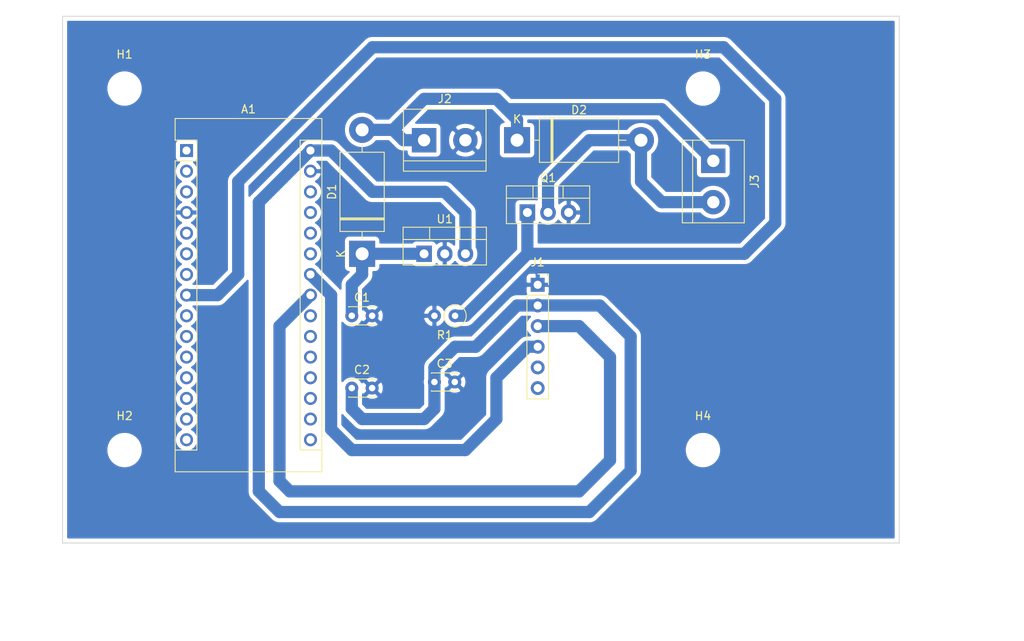
<source format=kicad_pcb>
(kicad_pcb (version 20171130) (host pcbnew "(5.1.6)-1")

  (general
    (thickness 1.6)
    (drawings 9)
    (tracks 71)
    (zones 0)
    (modules 16)
    (nets 35)
  )

  (page A4)
  (layers
    (0 F.Cu signal)
    (31 B.Cu signal)
    (32 B.Adhes user)
    (33 F.Adhes user)
    (34 B.Paste user)
    (35 F.Paste user)
    (36 B.SilkS user)
    (37 F.SilkS user)
    (38 B.Mask user)
    (39 F.Mask user)
    (40 Dwgs.User user)
    (41 Cmts.User user)
    (42 Eco1.User user)
    (43 Eco2.User user)
    (44 Edge.Cuts user)
    (45 Margin user)
    (46 B.CrtYd user)
    (47 F.CrtYd user)
    (48 B.Fab user)
    (49 F.Fab user)
  )

  (setup
    (last_trace_width 1.5)
    (user_trace_width 1.5)
    (trace_clearance 0.2)
    (zone_clearance 0.508)
    (zone_45_only no)
    (trace_min 0.2)
    (via_size 0.8)
    (via_drill 0.4)
    (via_min_size 0.4)
    (via_min_drill 0.3)
    (uvia_size 0.3)
    (uvia_drill 0.1)
    (uvias_allowed no)
    (uvia_min_size 0.2)
    (uvia_min_drill 0.1)
    (edge_width 0.05)
    (segment_width 0.2)
    (pcb_text_width 0.3)
    (pcb_text_size 1.5 1.5)
    (mod_edge_width 0.12)
    (mod_text_size 1 1)
    (mod_text_width 0.15)
    (pad_size 1.524 1.524)
    (pad_drill 0.762)
    (pad_to_mask_clearance 0.05)
    (aux_axis_origin 0 0)
    (visible_elements FFFFFF7F)
    (pcbplotparams
      (layerselection 0x010fc_ffffffff)
      (usegerberextensions false)
      (usegerberattributes true)
      (usegerberadvancedattributes true)
      (creategerberjobfile true)
      (excludeedgelayer true)
      (linewidth 0.100000)
      (plotframeref false)
      (viasonmask false)
      (mode 1)
      (useauxorigin false)
      (hpglpennumber 1)
      (hpglpenspeed 20)
      (hpglpendiameter 15.000000)
      (psnegative false)
      (psa4output false)
      (plotreference true)
      (plotvalue true)
      (plotinvisibletext false)
      (padsonsilk false)
      (subtractmaskfromsilk false)
      (outputformat 1)
      (mirror false)
      (drillshape 1)
      (scaleselection 1)
      (outputdirectory ""))
  )

  (net 0 "")
  (net 1 "Net-(A1-Pad16)")
  (net 2 "Net-(A1-Pad15)")
  (net 3 5V)
  (net 4 "Net-(A1-Pad14)")
  (net 5 GND)
  (net 6 "Net-(A1-Pad13)")
  (net 7 "Net-(A1-Pad28)")
  (net 8 "Net-(A1-Pad12)")
  (net 9 "Net-(A1-Pad27)")
  (net 10 "Net-(A1-Pad11)")
  (net 11 "Net-(A1-Pad26)")
  (net 12 "Net-(A1-Pad10)")
  (net 13 "Net-(A1-Pad25)")
  (net 14 "Net-(A1-Pad9)")
  (net 15 SCL)
  (net 16 PUMP)
  (net 17 SDA)
  (net 18 "Net-(A1-Pad7)")
  (net 19 "Net-(A1-Pad22)")
  (net 20 "Net-(A1-Pad6)")
  (net 21 "Net-(A1-Pad21)")
  (net 22 "Net-(A1-Pad5)")
  (net 23 "Net-(A1-Pad20)")
  (net 24 "Net-(A1-Pad19)")
  (net 25 "Net-(A1-Pad3)")
  (net 26 "Net-(A1-Pad18)")
  (net 27 "Net-(A1-Pad2)")
  (net 28 "Net-(A1-Pad17)")
  (net 29 "Net-(A1-Pad1)")
  (net 30 "Net-(C1-Pad1)")
  (net 31 +12V)
  (net 32 "Net-(D2-Pad2)")
  (net 33 32K)
  (net 34 SDW)

  (net_class Default "This is the default net class."
    (clearance 0.2)
    (trace_width 0.25)
    (via_dia 0.8)
    (via_drill 0.4)
    (uvia_dia 0.3)
    (uvia_drill 0.1)
    (add_net +12V)
    (add_net 32K)
    (add_net 5V)
    (add_net GND)
    (add_net "Net-(A1-Pad1)")
    (add_net "Net-(A1-Pad10)")
    (add_net "Net-(A1-Pad11)")
    (add_net "Net-(A1-Pad12)")
    (add_net "Net-(A1-Pad13)")
    (add_net "Net-(A1-Pad14)")
    (add_net "Net-(A1-Pad15)")
    (add_net "Net-(A1-Pad16)")
    (add_net "Net-(A1-Pad17)")
    (add_net "Net-(A1-Pad18)")
    (add_net "Net-(A1-Pad19)")
    (add_net "Net-(A1-Pad2)")
    (add_net "Net-(A1-Pad20)")
    (add_net "Net-(A1-Pad21)")
    (add_net "Net-(A1-Pad22)")
    (add_net "Net-(A1-Pad25)")
    (add_net "Net-(A1-Pad26)")
    (add_net "Net-(A1-Pad27)")
    (add_net "Net-(A1-Pad28)")
    (add_net "Net-(A1-Pad3)")
    (add_net "Net-(A1-Pad5)")
    (add_net "Net-(A1-Pad6)")
    (add_net "Net-(A1-Pad7)")
    (add_net "Net-(A1-Pad9)")
    (add_net "Net-(C1-Pad1)")
    (add_net "Net-(D2-Pad2)")
    (add_net PUMP)
    (add_net SCL)
    (add_net SDA)
    (add_net SDW)
  )

  (module MountingHole:MountingHole_3.2mm_M3 (layer F.Cu) (tedit 56D1B4CB) (tstamp 610EC40D)
    (at 173.99 106.68)
    (descr "Mounting Hole 3.2mm, no annular, M3")
    (tags "mounting hole 3.2mm no annular m3")
    (path /6111AEC3)
    (attr virtual)
    (fp_text reference H4 (at 0 -4.2) (layer F.SilkS)
      (effects (font (size 1 1) (thickness 0.15)))
    )
    (fp_text value MountingHole (at 0 4.2) (layer F.Fab)
      (effects (font (size 1 1) (thickness 0.15)))
    )
    (fp_text user %R (at 0.3 0) (layer F.Fab)
      (effects (font (size 1 1) (thickness 0.15)))
    )
    (fp_circle (center 0 0) (end 3.2 0) (layer Cmts.User) (width 0.15))
    (fp_circle (center 0 0) (end 3.45 0) (layer F.CrtYd) (width 0.05))
    (pad 1 np_thru_hole circle (at 0 0) (size 3.2 3.2) (drill 3.2) (layers *.Cu *.Mask))
  )

  (module MountingHole:MountingHole_3.2mm_M3 (layer F.Cu) (tedit 56D1B4CB) (tstamp 610EC405)
    (at 173.99 62.23)
    (descr "Mounting Hole 3.2mm, no annular, M3")
    (tags "mounting hole 3.2mm no annular m3")
    (path /6111A97C)
    (attr virtual)
    (fp_text reference H3 (at 0 -4.2) (layer F.SilkS)
      (effects (font (size 1 1) (thickness 0.15)))
    )
    (fp_text value MountingHole (at 0 4.2) (layer F.Fab)
      (effects (font (size 1 1) (thickness 0.15)))
    )
    (fp_text user %R (at 0.3 0) (layer F.Fab)
      (effects (font (size 1 1) (thickness 0.15)))
    )
    (fp_circle (center 0 0) (end 3.2 0) (layer Cmts.User) (width 0.15))
    (fp_circle (center 0 0) (end 3.45 0) (layer F.CrtYd) (width 0.05))
    (pad 1 np_thru_hole circle (at 0 0) (size 3.2 3.2) (drill 3.2) (layers *.Cu *.Mask))
  )

  (module MountingHole:MountingHole_3.2mm_M3 (layer F.Cu) (tedit 56D1B4CB) (tstamp 610EC3FD)
    (at 102.87 106.68)
    (descr "Mounting Hole 3.2mm, no annular, M3")
    (tags "mounting hole 3.2mm no annular m3")
    (path /6111A567)
    (attr virtual)
    (fp_text reference H2 (at 0 -4.2) (layer F.SilkS)
      (effects (font (size 1 1) (thickness 0.15)))
    )
    (fp_text value MountingHole (at 0 4.2) (layer F.Fab)
      (effects (font (size 1 1) (thickness 0.15)))
    )
    (fp_text user %R (at 0.3 0) (layer F.Fab)
      (effects (font (size 1 1) (thickness 0.15)))
    )
    (fp_circle (center 0 0) (end 3.2 0) (layer Cmts.User) (width 0.15))
    (fp_circle (center 0 0) (end 3.45 0) (layer F.CrtYd) (width 0.05))
    (pad 1 np_thru_hole circle (at 0 0) (size 3.2 3.2) (drill 3.2) (layers *.Cu *.Mask))
  )

  (module MountingHole:MountingHole_3.2mm_M3 (layer F.Cu) (tedit 56D1B4CB) (tstamp 610EC3F5)
    (at 102.87 62.23)
    (descr "Mounting Hole 3.2mm, no annular, M3")
    (tags "mounting hole 3.2mm no annular m3")
    (path /61118688)
    (attr virtual)
    (fp_text reference H1 (at 0 -4.2) (layer F.SilkS)
      (effects (font (size 1 1) (thickness 0.15)))
    )
    (fp_text value MountingHole (at 0 4.2) (layer F.Fab)
      (effects (font (size 1 1) (thickness 0.15)))
    )
    (fp_text user %R (at 0.3 0) (layer F.Fab)
      (effects (font (size 1 1) (thickness 0.15)))
    )
    (fp_circle (center 0 0) (end 3.2 0) (layer Cmts.User) (width 0.15))
    (fp_circle (center 0 0) (end 3.45 0) (layer F.CrtYd) (width 0.05))
    (pad 1 np_thru_hole circle (at 0 0) (size 3.2 3.2) (drill 3.2) (layers *.Cu *.Mask))
  )

  (module Package_TO_SOT_THT:TO-220-3_Vertical (layer F.Cu) (tedit 5AC8BA0D) (tstamp 610EB829)
    (at 139.7 82.55)
    (descr "TO-220-3, Vertical, RM 2.54mm, see https://www.vishay.com/docs/66542/to-220-1.pdf")
    (tags "TO-220-3 Vertical RM 2.54mm")
    (path /610E7218)
    (fp_text reference U1 (at 2.54 -4.27) (layer F.SilkS)
      (effects (font (size 1 1) (thickness 0.15)))
    )
    (fp_text value LM7805_TO220 (at 2.54 2.5) (layer F.Fab)
      (effects (font (size 1 1) (thickness 0.15)))
    )
    (fp_text user %R (at 2.54 -4.27) (layer F.Fab)
      (effects (font (size 1 1) (thickness 0.15)))
    )
    (fp_line (start -2.46 -3.15) (end -2.46 1.25) (layer F.Fab) (width 0.1))
    (fp_line (start -2.46 1.25) (end 7.54 1.25) (layer F.Fab) (width 0.1))
    (fp_line (start 7.54 1.25) (end 7.54 -3.15) (layer F.Fab) (width 0.1))
    (fp_line (start 7.54 -3.15) (end -2.46 -3.15) (layer F.Fab) (width 0.1))
    (fp_line (start -2.46 -1.88) (end 7.54 -1.88) (layer F.Fab) (width 0.1))
    (fp_line (start 0.69 -3.15) (end 0.69 -1.88) (layer F.Fab) (width 0.1))
    (fp_line (start 4.39 -3.15) (end 4.39 -1.88) (layer F.Fab) (width 0.1))
    (fp_line (start -2.58 -3.27) (end 7.66 -3.27) (layer F.SilkS) (width 0.12))
    (fp_line (start -2.58 1.371) (end 7.66 1.371) (layer F.SilkS) (width 0.12))
    (fp_line (start -2.58 -3.27) (end -2.58 1.371) (layer F.SilkS) (width 0.12))
    (fp_line (start 7.66 -3.27) (end 7.66 1.371) (layer F.SilkS) (width 0.12))
    (fp_line (start -2.58 -1.76) (end 7.66 -1.76) (layer F.SilkS) (width 0.12))
    (fp_line (start 0.69 -3.27) (end 0.69 -1.76) (layer F.SilkS) (width 0.12))
    (fp_line (start 4.391 -3.27) (end 4.391 -1.76) (layer F.SilkS) (width 0.12))
    (fp_line (start -2.71 -3.4) (end -2.71 1.51) (layer F.CrtYd) (width 0.05))
    (fp_line (start -2.71 1.51) (end 7.79 1.51) (layer F.CrtYd) (width 0.05))
    (fp_line (start 7.79 1.51) (end 7.79 -3.4) (layer F.CrtYd) (width 0.05))
    (fp_line (start 7.79 -3.4) (end -2.71 -3.4) (layer F.CrtYd) (width 0.05))
    (pad 3 thru_hole oval (at 5.08 0) (size 1.905 2) (drill 1.1) (layers *.Cu *.Mask)
      (net 3 5V))
    (pad 2 thru_hole oval (at 2.54 0) (size 1.905 2) (drill 1.1) (layers *.Cu *.Mask)
      (net 5 GND))
    (pad 1 thru_hole rect (at 0 0) (size 1.905 2) (drill 1.1) (layers *.Cu *.Mask)
      (net 30 "Net-(C1-Pad1)"))
    (model ${KISYS3DMOD}/Package_TO_SOT_THT.3dshapes/TO-220-3_Vertical.wrl
      (at (xyz 0 0 0))
      (scale (xyz 1 1 1))
      (rotate (xyz 0 0 0))
    )
  )

  (module Resistor_THT:R_Axial_DIN0207_L6.3mm_D2.5mm_P2.54mm_Vertical (layer F.Cu) (tedit 5AE5139B) (tstamp 610EB80F)
    (at 143.51 90.17 180)
    (descr "Resistor, Axial_DIN0207 series, Axial, Vertical, pin pitch=2.54mm, 0.25W = 1/4W, length*diameter=6.3*2.5mm^2, http://cdn-reichelt.de/documents/datenblatt/B400/1_4W%23YAG.pdf")
    (tags "Resistor Axial_DIN0207 series Axial Vertical pin pitch 2.54mm 0.25W = 1/4W length 6.3mm diameter 2.5mm")
    (path /61103854)
    (fp_text reference R1 (at 1.27 -2.37) (layer F.SilkS)
      (effects (font (size 1 1) (thickness 0.15)))
    )
    (fp_text value 1K (at 1.27 2.37) (layer F.Fab)
      (effects (font (size 1 1) (thickness 0.15)))
    )
    (fp_text user %R (at 1.27 -2.37) (layer F.Fab)
      (effects (font (size 1 1) (thickness 0.15)))
    )
    (fp_circle (center 0 0) (end 1.25 0) (layer F.Fab) (width 0.1))
    (fp_circle (center 0 0) (end 1.37 0) (layer F.SilkS) (width 0.12))
    (fp_line (start 0 0) (end 2.54 0) (layer F.Fab) (width 0.1))
    (fp_line (start 1.37 0) (end 1.44 0) (layer F.SilkS) (width 0.12))
    (fp_line (start -1.5 -1.5) (end -1.5 1.5) (layer F.CrtYd) (width 0.05))
    (fp_line (start -1.5 1.5) (end 3.59 1.5) (layer F.CrtYd) (width 0.05))
    (fp_line (start 3.59 1.5) (end 3.59 -1.5) (layer F.CrtYd) (width 0.05))
    (fp_line (start 3.59 -1.5) (end -1.5 -1.5) (layer F.CrtYd) (width 0.05))
    (pad 2 thru_hole oval (at 2.54 0 180) (size 1.6 1.6) (drill 0.8) (layers *.Cu *.Mask)
      (net 5 GND))
    (pad 1 thru_hole circle (at 0 0 180) (size 1.6 1.6) (drill 0.8) (layers *.Cu *.Mask)
      (net 16 PUMP))
    (model ${KISYS3DMOD}/Resistor_THT.3dshapes/R_Axial_DIN0207_L6.3mm_D2.5mm_P2.54mm_Vertical.wrl
      (at (xyz 0 0 0))
      (scale (xyz 1 1 1))
      (rotate (xyz 0 0 0))
    )
  )

  (module Package_TO_SOT_THT:TO-220-3_Vertical (layer F.Cu) (tedit 5AC8BA0D) (tstamp 610EB800)
    (at 152.4 77.47)
    (descr "TO-220-3, Vertical, RM 2.54mm, see https://www.vishay.com/docs/66542/to-220-1.pdf")
    (tags "TO-220-3 Vertical RM 2.54mm")
    (path /611041B7)
    (fp_text reference Q1 (at 2.54 -4.27) (layer F.SilkS)
      (effects (font (size 1 1) (thickness 0.15)))
    )
    (fp_text value IRF540N (at 2.54 2.5) (layer F.Fab)
      (effects (font (size 1 1) (thickness 0.15)))
    )
    (fp_text user %R (at 2.54 -4.27) (layer F.Fab)
      (effects (font (size 1 1) (thickness 0.15)))
    )
    (fp_line (start -2.46 -3.15) (end -2.46 1.25) (layer F.Fab) (width 0.1))
    (fp_line (start -2.46 1.25) (end 7.54 1.25) (layer F.Fab) (width 0.1))
    (fp_line (start 7.54 1.25) (end 7.54 -3.15) (layer F.Fab) (width 0.1))
    (fp_line (start 7.54 -3.15) (end -2.46 -3.15) (layer F.Fab) (width 0.1))
    (fp_line (start -2.46 -1.88) (end 7.54 -1.88) (layer F.Fab) (width 0.1))
    (fp_line (start 0.69 -3.15) (end 0.69 -1.88) (layer F.Fab) (width 0.1))
    (fp_line (start 4.39 -3.15) (end 4.39 -1.88) (layer F.Fab) (width 0.1))
    (fp_line (start -2.58 -3.27) (end 7.66 -3.27) (layer F.SilkS) (width 0.12))
    (fp_line (start -2.58 1.371) (end 7.66 1.371) (layer F.SilkS) (width 0.12))
    (fp_line (start -2.58 -3.27) (end -2.58 1.371) (layer F.SilkS) (width 0.12))
    (fp_line (start 7.66 -3.27) (end 7.66 1.371) (layer F.SilkS) (width 0.12))
    (fp_line (start -2.58 -1.76) (end 7.66 -1.76) (layer F.SilkS) (width 0.12))
    (fp_line (start 0.69 -3.27) (end 0.69 -1.76) (layer F.SilkS) (width 0.12))
    (fp_line (start 4.391 -3.27) (end 4.391 -1.76) (layer F.SilkS) (width 0.12))
    (fp_line (start -2.71 -3.4) (end -2.71 1.51) (layer F.CrtYd) (width 0.05))
    (fp_line (start -2.71 1.51) (end 7.79 1.51) (layer F.CrtYd) (width 0.05))
    (fp_line (start 7.79 1.51) (end 7.79 -3.4) (layer F.CrtYd) (width 0.05))
    (fp_line (start 7.79 -3.4) (end -2.71 -3.4) (layer F.CrtYd) (width 0.05))
    (pad 3 thru_hole oval (at 5.08 0) (size 1.905 2) (drill 1.1) (layers *.Cu *.Mask)
      (net 5 GND))
    (pad 2 thru_hole oval (at 2.54 0) (size 1.905 2) (drill 1.1) (layers *.Cu *.Mask)
      (net 32 "Net-(D2-Pad2)"))
    (pad 1 thru_hole rect (at 0 0) (size 1.905 2) (drill 1.1) (layers *.Cu *.Mask)
      (net 16 PUMP))
    (model ${KISYS3DMOD}/Package_TO_SOT_THT.3dshapes/TO-220-3_Vertical.wrl
      (at (xyz 0 0 0))
      (scale (xyz 1 1 1))
      (rotate (xyz 0 0 0))
    )
  )

  (module TerminalBlock:TerminalBlock_bornier-2_P5.08mm (layer F.Cu) (tedit 59FF03AB) (tstamp 610EB7E6)
    (at 175.26 71.12 270)
    (descr "simple 2-pin terminal block, pitch 5.08mm, revamped version of bornier2")
    (tags "terminal block bornier2")
    (path /6110BB8E)
    (fp_text reference J3 (at 2.54 -5.08 90) (layer F.SilkS)
      (effects (font (size 1 1) (thickness 0.15)))
    )
    (fp_text value Pump_Out (at 2.54 5.08 90) (layer F.Fab)
      (effects (font (size 1 1) (thickness 0.15)))
    )
    (fp_text user %R (at 2.54 0 90) (layer F.Fab)
      (effects (font (size 1 1) (thickness 0.15)))
    )
    (fp_line (start -2.41 2.55) (end 7.49 2.55) (layer F.Fab) (width 0.1))
    (fp_line (start -2.46 -3.75) (end -2.46 3.75) (layer F.Fab) (width 0.1))
    (fp_line (start -2.46 3.75) (end 7.54 3.75) (layer F.Fab) (width 0.1))
    (fp_line (start 7.54 3.75) (end 7.54 -3.75) (layer F.Fab) (width 0.1))
    (fp_line (start 7.54 -3.75) (end -2.46 -3.75) (layer F.Fab) (width 0.1))
    (fp_line (start 7.62 2.54) (end -2.54 2.54) (layer F.SilkS) (width 0.12))
    (fp_line (start 7.62 3.81) (end 7.62 -3.81) (layer F.SilkS) (width 0.12))
    (fp_line (start 7.62 -3.81) (end -2.54 -3.81) (layer F.SilkS) (width 0.12))
    (fp_line (start -2.54 -3.81) (end -2.54 3.81) (layer F.SilkS) (width 0.12))
    (fp_line (start -2.54 3.81) (end 7.62 3.81) (layer F.SilkS) (width 0.12))
    (fp_line (start -2.71 -4) (end 7.79 -4) (layer F.CrtYd) (width 0.05))
    (fp_line (start -2.71 -4) (end -2.71 4) (layer F.CrtYd) (width 0.05))
    (fp_line (start 7.79 4) (end 7.79 -4) (layer F.CrtYd) (width 0.05))
    (fp_line (start 7.79 4) (end -2.71 4) (layer F.CrtYd) (width 0.05))
    (pad 2 thru_hole circle (at 5.08 0 270) (size 3 3) (drill 1.52) (layers *.Cu *.Mask)
      (net 32 "Net-(D2-Pad2)"))
    (pad 1 thru_hole rect (at 0 0 270) (size 3 3) (drill 1.52) (layers *.Cu *.Mask)
      (net 31 +12V))
    (model ${KISYS3DMOD}/TerminalBlock.3dshapes/TerminalBlock_bornier-2_P5.08mm.wrl
      (offset (xyz 2.539999961853027 0 0))
      (scale (xyz 1 1 1))
      (rotate (xyz 0 0 0))
    )
  )

  (module TerminalBlock:TerminalBlock_bornier-2_P5.08mm (layer F.Cu) (tedit 59FF03AB) (tstamp 610EB7D1)
    (at 139.7 68.58)
    (descr "simple 2-pin terminal block, pitch 5.08mm, revamped version of bornier2")
    (tags "terminal block bornier2")
    (path /610F44FD)
    (fp_text reference J2 (at 2.54 -5.08) (layer F.SilkS)
      (effects (font (size 1 1) (thickness 0.15)))
    )
    (fp_text value 12V_Input (at 2.54 5.08) (layer F.Fab)
      (effects (font (size 1 1) (thickness 0.15)))
    )
    (fp_text user %R (at 2.54 0) (layer F.Fab)
      (effects (font (size 1 1) (thickness 0.15)))
    )
    (fp_line (start -2.41 2.55) (end 7.49 2.55) (layer F.Fab) (width 0.1))
    (fp_line (start -2.46 -3.75) (end -2.46 3.75) (layer F.Fab) (width 0.1))
    (fp_line (start -2.46 3.75) (end 7.54 3.75) (layer F.Fab) (width 0.1))
    (fp_line (start 7.54 3.75) (end 7.54 -3.75) (layer F.Fab) (width 0.1))
    (fp_line (start 7.54 -3.75) (end -2.46 -3.75) (layer F.Fab) (width 0.1))
    (fp_line (start 7.62 2.54) (end -2.54 2.54) (layer F.SilkS) (width 0.12))
    (fp_line (start 7.62 3.81) (end 7.62 -3.81) (layer F.SilkS) (width 0.12))
    (fp_line (start 7.62 -3.81) (end -2.54 -3.81) (layer F.SilkS) (width 0.12))
    (fp_line (start -2.54 -3.81) (end -2.54 3.81) (layer F.SilkS) (width 0.12))
    (fp_line (start -2.54 3.81) (end 7.62 3.81) (layer F.SilkS) (width 0.12))
    (fp_line (start -2.71 -4) (end 7.79 -4) (layer F.CrtYd) (width 0.05))
    (fp_line (start -2.71 -4) (end -2.71 4) (layer F.CrtYd) (width 0.05))
    (fp_line (start 7.79 4) (end 7.79 -4) (layer F.CrtYd) (width 0.05))
    (fp_line (start 7.79 4) (end -2.71 4) (layer F.CrtYd) (width 0.05))
    (pad 2 thru_hole circle (at 5.08 0) (size 3 3) (drill 1.52) (layers *.Cu *.Mask)
      (net 5 GND))
    (pad 1 thru_hole rect (at 0 0) (size 3 3) (drill 1.52) (layers *.Cu *.Mask)
      (net 31 +12V))
    (model ${KISYS3DMOD}/TerminalBlock.3dshapes/TerminalBlock_bornier-2_P5.08mm.wrl
      (offset (xyz 2.539999961853027 0 0))
      (scale (xyz 1 1 1))
      (rotate (xyz 0 0 0))
    )
  )

  (module Connector_PinSocket_2.54mm:PinSocket_1x06_P2.54mm_Vertical (layer F.Cu) (tedit 5A19A430) (tstamp 610EB7BC)
    (at 153.67 86.36)
    (descr "Through hole straight socket strip, 1x06, 2.54mm pitch, single row (from Kicad 4.0.7), script generated")
    (tags "Through hole socket strip THT 1x06 2.54mm single row")
    (path /610FA866)
    (fp_text reference J1 (at 0 -2.77) (layer F.SilkS)
      (effects (font (size 1 1) (thickness 0.15)))
    )
    (fp_text value RTC (at 0 15.47) (layer F.Fab)
      (effects (font (size 1 1) (thickness 0.15)))
    )
    (fp_text user %R (at 0 6.35 90) (layer F.Fab)
      (effects (font (size 1 1) (thickness 0.15)))
    )
    (fp_line (start -1.27 -1.27) (end 0.635 -1.27) (layer F.Fab) (width 0.1))
    (fp_line (start 0.635 -1.27) (end 1.27 -0.635) (layer F.Fab) (width 0.1))
    (fp_line (start 1.27 -0.635) (end 1.27 13.97) (layer F.Fab) (width 0.1))
    (fp_line (start 1.27 13.97) (end -1.27 13.97) (layer F.Fab) (width 0.1))
    (fp_line (start -1.27 13.97) (end -1.27 -1.27) (layer F.Fab) (width 0.1))
    (fp_line (start -1.33 1.27) (end 1.33 1.27) (layer F.SilkS) (width 0.12))
    (fp_line (start -1.33 1.27) (end -1.33 14.03) (layer F.SilkS) (width 0.12))
    (fp_line (start -1.33 14.03) (end 1.33 14.03) (layer F.SilkS) (width 0.12))
    (fp_line (start 1.33 1.27) (end 1.33 14.03) (layer F.SilkS) (width 0.12))
    (fp_line (start 1.33 -1.33) (end 1.33 0) (layer F.SilkS) (width 0.12))
    (fp_line (start 0 -1.33) (end 1.33 -1.33) (layer F.SilkS) (width 0.12))
    (fp_line (start -1.8 -1.8) (end 1.75 -1.8) (layer F.CrtYd) (width 0.05))
    (fp_line (start 1.75 -1.8) (end 1.75 14.45) (layer F.CrtYd) (width 0.05))
    (fp_line (start 1.75 14.45) (end -1.8 14.45) (layer F.CrtYd) (width 0.05))
    (fp_line (start -1.8 14.45) (end -1.8 -1.8) (layer F.CrtYd) (width 0.05))
    (pad 6 thru_hole oval (at 0 12.7) (size 1.7 1.7) (drill 1) (layers *.Cu *.Mask)
      (net 33 32K))
    (pad 5 thru_hole oval (at 0 10.16) (size 1.7 1.7) (drill 1) (layers *.Cu *.Mask)
      (net 34 SDW))
    (pad 4 thru_hole oval (at 0 7.62) (size 1.7 1.7) (drill 1) (layers *.Cu *.Mask)
      (net 15 SCL))
    (pad 3 thru_hole oval (at 0 5.08) (size 1.7 1.7) (drill 1) (layers *.Cu *.Mask)
      (net 17 SDA))
    (pad 2 thru_hole oval (at 0 2.54) (size 1.7 1.7) (drill 1) (layers *.Cu *.Mask)
      (net 3 5V))
    (pad 1 thru_hole rect (at 0 0) (size 1.7 1.7) (drill 1) (layers *.Cu *.Mask)
      (net 5 GND))
    (model ${KISYS3DMOD}/Connector_PinSocket_2.54mm.3dshapes/PinSocket_1x06_P2.54mm_Vertical.wrl
      (at (xyz 0 0 0))
      (scale (xyz 1 1 1))
      (rotate (xyz 0 0 0))
    )
  )

  (module Diode_THT:D_DO-201AD_P15.24mm_Horizontal (layer F.Cu) (tedit 5AE50CD5) (tstamp 610EB7A2)
    (at 151.13 68.58)
    (descr "Diode, DO-201AD series, Axial, Horizontal, pin pitch=15.24mm, , length*diameter=9.5*5.2mm^2, , http://www.diodes.com/_files/packages/DO-201AD.pdf")
    (tags "Diode DO-201AD series Axial Horizontal pin pitch 15.24mm  length 9.5mm diameter 5.2mm")
    (path /611069B7)
    (fp_text reference D2 (at 7.62 -3.72) (layer F.SilkS)
      (effects (font (size 1 1) (thickness 0.15)))
    )
    (fp_text value 1N5400 (at 7.62 3.72) (layer F.Fab)
      (effects (font (size 1 1) (thickness 0.15)))
    )
    (fp_text user K (at 0 -2.6) (layer F.SilkS)
      (effects (font (size 1 1) (thickness 0.15)))
    )
    (fp_text user K (at 0 -2.6) (layer F.Fab)
      (effects (font (size 1 1) (thickness 0.15)))
    )
    (fp_text user %R (at 8.3325 0) (layer F.Fab)
      (effects (font (size 1 1) (thickness 0.15)))
    )
    (fp_line (start 2.87 -2.6) (end 2.87 2.6) (layer F.Fab) (width 0.1))
    (fp_line (start 2.87 2.6) (end 12.37 2.6) (layer F.Fab) (width 0.1))
    (fp_line (start 12.37 2.6) (end 12.37 -2.6) (layer F.Fab) (width 0.1))
    (fp_line (start 12.37 -2.6) (end 2.87 -2.6) (layer F.Fab) (width 0.1))
    (fp_line (start 0 0) (end 2.87 0) (layer F.Fab) (width 0.1))
    (fp_line (start 15.24 0) (end 12.37 0) (layer F.Fab) (width 0.1))
    (fp_line (start 4.295 -2.6) (end 4.295 2.6) (layer F.Fab) (width 0.1))
    (fp_line (start 4.395 -2.6) (end 4.395 2.6) (layer F.Fab) (width 0.1))
    (fp_line (start 4.195 -2.6) (end 4.195 2.6) (layer F.Fab) (width 0.1))
    (fp_line (start 2.75 -2.72) (end 2.75 2.72) (layer F.SilkS) (width 0.12))
    (fp_line (start 2.75 2.72) (end 12.49 2.72) (layer F.SilkS) (width 0.12))
    (fp_line (start 12.49 2.72) (end 12.49 -2.72) (layer F.SilkS) (width 0.12))
    (fp_line (start 12.49 -2.72) (end 2.75 -2.72) (layer F.SilkS) (width 0.12))
    (fp_line (start 1.84 0) (end 2.75 0) (layer F.SilkS) (width 0.12))
    (fp_line (start 13.4 0) (end 12.49 0) (layer F.SilkS) (width 0.12))
    (fp_line (start 4.295 -2.72) (end 4.295 2.72) (layer F.SilkS) (width 0.12))
    (fp_line (start 4.415 -2.72) (end 4.415 2.72) (layer F.SilkS) (width 0.12))
    (fp_line (start 4.175 -2.72) (end 4.175 2.72) (layer F.SilkS) (width 0.12))
    (fp_line (start -1.85 -2.85) (end -1.85 2.85) (layer F.CrtYd) (width 0.05))
    (fp_line (start -1.85 2.85) (end 17.09 2.85) (layer F.CrtYd) (width 0.05))
    (fp_line (start 17.09 2.85) (end 17.09 -2.85) (layer F.CrtYd) (width 0.05))
    (fp_line (start 17.09 -2.85) (end -1.85 -2.85) (layer F.CrtYd) (width 0.05))
    (pad 2 thru_hole oval (at 15.24 0) (size 3.2 3.2) (drill 1.6) (layers *.Cu *.Mask)
      (net 32 "Net-(D2-Pad2)"))
    (pad 1 thru_hole rect (at 0 0) (size 3.2 3.2) (drill 1.6) (layers *.Cu *.Mask)
      (net 31 +12V))
    (model ${KISYS3DMOD}/Diode_THT.3dshapes/D_DO-201AD_P15.24mm_Horizontal.wrl
      (at (xyz 0 0 0))
      (scale (xyz 1 1 1))
      (rotate (xyz 0 0 0))
    )
  )

  (module Diode_THT:D_DO-201AD_P15.24mm_Horizontal (layer F.Cu) (tedit 5AE50CD5) (tstamp 610EB783)
    (at 132.08 82.55 90)
    (descr "Diode, DO-201AD series, Axial, Horizontal, pin pitch=15.24mm, , length*diameter=9.5*5.2mm^2, , http://www.diodes.com/_files/packages/DO-201AD.pdf")
    (tags "Diode DO-201AD series Axial Horizontal pin pitch 15.24mm  length 9.5mm diameter 5.2mm")
    (path /610E9BA6)
    (fp_text reference D1 (at 7.62 -3.72 90) (layer F.SilkS)
      (effects (font (size 1 1) (thickness 0.15)))
    )
    (fp_text value 1N5400 (at 7.62 3.72 90) (layer F.Fab)
      (effects (font (size 1 1) (thickness 0.15)))
    )
    (fp_text user K (at 0 -2.6 90) (layer F.SilkS)
      (effects (font (size 1 1) (thickness 0.15)))
    )
    (fp_text user K (at 0 -2.6 90) (layer F.Fab)
      (effects (font (size 1 1) (thickness 0.15)))
    )
    (fp_text user %R (at 8.3325 0 90) (layer F.Fab)
      (effects (font (size 1 1) (thickness 0.15)))
    )
    (fp_line (start 2.87 -2.6) (end 2.87 2.6) (layer F.Fab) (width 0.1))
    (fp_line (start 2.87 2.6) (end 12.37 2.6) (layer F.Fab) (width 0.1))
    (fp_line (start 12.37 2.6) (end 12.37 -2.6) (layer F.Fab) (width 0.1))
    (fp_line (start 12.37 -2.6) (end 2.87 -2.6) (layer F.Fab) (width 0.1))
    (fp_line (start 0 0) (end 2.87 0) (layer F.Fab) (width 0.1))
    (fp_line (start 15.24 0) (end 12.37 0) (layer F.Fab) (width 0.1))
    (fp_line (start 4.295 -2.6) (end 4.295 2.6) (layer F.Fab) (width 0.1))
    (fp_line (start 4.395 -2.6) (end 4.395 2.6) (layer F.Fab) (width 0.1))
    (fp_line (start 4.195 -2.6) (end 4.195 2.6) (layer F.Fab) (width 0.1))
    (fp_line (start 2.75 -2.72) (end 2.75 2.72) (layer F.SilkS) (width 0.12))
    (fp_line (start 2.75 2.72) (end 12.49 2.72) (layer F.SilkS) (width 0.12))
    (fp_line (start 12.49 2.72) (end 12.49 -2.72) (layer F.SilkS) (width 0.12))
    (fp_line (start 12.49 -2.72) (end 2.75 -2.72) (layer F.SilkS) (width 0.12))
    (fp_line (start 1.84 0) (end 2.75 0) (layer F.SilkS) (width 0.12))
    (fp_line (start 13.4 0) (end 12.49 0) (layer F.SilkS) (width 0.12))
    (fp_line (start 4.295 -2.72) (end 4.295 2.72) (layer F.SilkS) (width 0.12))
    (fp_line (start 4.415 -2.72) (end 4.415 2.72) (layer F.SilkS) (width 0.12))
    (fp_line (start 4.175 -2.72) (end 4.175 2.72) (layer F.SilkS) (width 0.12))
    (fp_line (start -1.85 -2.85) (end -1.85 2.85) (layer F.CrtYd) (width 0.05))
    (fp_line (start -1.85 2.85) (end 17.09 2.85) (layer F.CrtYd) (width 0.05))
    (fp_line (start 17.09 2.85) (end 17.09 -2.85) (layer F.CrtYd) (width 0.05))
    (fp_line (start 17.09 -2.85) (end -1.85 -2.85) (layer F.CrtYd) (width 0.05))
    (pad 2 thru_hole oval (at 15.24 0 90) (size 3.2 3.2) (drill 1.6) (layers *.Cu *.Mask)
      (net 31 +12V))
    (pad 1 thru_hole rect (at 0 0 90) (size 3.2 3.2) (drill 1.6) (layers *.Cu *.Mask)
      (net 30 "Net-(C1-Pad1)"))
    (model ${KISYS3DMOD}/Diode_THT.3dshapes/D_DO-201AD_P15.24mm_Horizontal.wrl
      (at (xyz 0 0 0))
      (scale (xyz 1 1 1))
      (rotate (xyz 0 0 0))
    )
  )

  (module Capacitor_THT:C_Disc_D3.0mm_W2.0mm_P2.50mm (layer F.Cu) (tedit 5AE50EF0) (tstamp 610EB764)
    (at 140.97 98.31)
    (descr "C, Disc series, Radial, pin pitch=2.50mm, , diameter*width=3*2mm^2, Capacitor")
    (tags "C Disc series Radial pin pitch 2.50mm  diameter 3mm width 2mm Capacitor")
    (path /610EBA07)
    (fp_text reference C3 (at 1.25 -2.25) (layer F.SilkS)
      (effects (font (size 1 1) (thickness 0.15)))
    )
    (fp_text value 1uF (at 1.25 2.25) (layer F.Fab)
      (effects (font (size 1 1) (thickness 0.15)))
    )
    (fp_text user %R (at 1.25 0) (layer F.Fab)
      (effects (font (size 0.6 0.6) (thickness 0.09)))
    )
    (fp_line (start -0.25 -1) (end -0.25 1) (layer F.Fab) (width 0.1))
    (fp_line (start -0.25 1) (end 2.75 1) (layer F.Fab) (width 0.1))
    (fp_line (start 2.75 1) (end 2.75 -1) (layer F.Fab) (width 0.1))
    (fp_line (start 2.75 -1) (end -0.25 -1) (layer F.Fab) (width 0.1))
    (fp_line (start -0.37 -1.12) (end 2.87 -1.12) (layer F.SilkS) (width 0.12))
    (fp_line (start -0.37 1.12) (end 2.87 1.12) (layer F.SilkS) (width 0.12))
    (fp_line (start -0.37 -1.12) (end -0.37 -1.055) (layer F.SilkS) (width 0.12))
    (fp_line (start -0.37 1.055) (end -0.37 1.12) (layer F.SilkS) (width 0.12))
    (fp_line (start 2.87 -1.12) (end 2.87 -1.055) (layer F.SilkS) (width 0.12))
    (fp_line (start 2.87 1.055) (end 2.87 1.12) (layer F.SilkS) (width 0.12))
    (fp_line (start -1.05 -1.25) (end -1.05 1.25) (layer F.CrtYd) (width 0.05))
    (fp_line (start -1.05 1.25) (end 3.55 1.25) (layer F.CrtYd) (width 0.05))
    (fp_line (start 3.55 1.25) (end 3.55 -1.25) (layer F.CrtYd) (width 0.05))
    (fp_line (start 3.55 -1.25) (end -1.05 -1.25) (layer F.CrtYd) (width 0.05))
    (pad 2 thru_hole circle (at 2.5 0) (size 1.6 1.6) (drill 0.8) (layers *.Cu *.Mask)
      (net 5 GND))
    (pad 1 thru_hole circle (at 0 0) (size 1.6 1.6) (drill 0.8) (layers *.Cu *.Mask)
      (net 3 5V))
    (model ${KISYS3DMOD}/Capacitor_THT.3dshapes/C_Disc_D3.0mm_W2.0mm_P2.50mm.wrl
      (at (xyz 0 0 0))
      (scale (xyz 1 1 1))
      (rotate (xyz 0 0 0))
    )
  )

  (module Capacitor_THT:C_Disc_D3.0mm_W2.0mm_P2.50mm (layer F.Cu) (tedit 5AE50EF0) (tstamp 610EB74F)
    (at 130.81 99.06)
    (descr "C, Disc series, Radial, pin pitch=2.50mm, , diameter*width=3*2mm^2, Capacitor")
    (tags "C Disc series Radial pin pitch 2.50mm  diameter 3mm width 2mm Capacitor")
    (path /610EB2D3)
    (fp_text reference C2 (at 1.25 -2.25) (layer F.SilkS)
      (effects (font (size 1 1) (thickness 0.15)))
    )
    (fp_text value 0.1uF (at 1.25 2.25) (layer F.Fab)
      (effects (font (size 1 1) (thickness 0.15)))
    )
    (fp_text user %R (at 1.25 0) (layer F.Fab)
      (effects (font (size 0.6 0.6) (thickness 0.09)))
    )
    (fp_line (start -0.25 -1) (end -0.25 1) (layer F.Fab) (width 0.1))
    (fp_line (start -0.25 1) (end 2.75 1) (layer F.Fab) (width 0.1))
    (fp_line (start 2.75 1) (end 2.75 -1) (layer F.Fab) (width 0.1))
    (fp_line (start 2.75 -1) (end -0.25 -1) (layer F.Fab) (width 0.1))
    (fp_line (start -0.37 -1.12) (end 2.87 -1.12) (layer F.SilkS) (width 0.12))
    (fp_line (start -0.37 1.12) (end 2.87 1.12) (layer F.SilkS) (width 0.12))
    (fp_line (start -0.37 -1.12) (end -0.37 -1.055) (layer F.SilkS) (width 0.12))
    (fp_line (start -0.37 1.055) (end -0.37 1.12) (layer F.SilkS) (width 0.12))
    (fp_line (start 2.87 -1.12) (end 2.87 -1.055) (layer F.SilkS) (width 0.12))
    (fp_line (start 2.87 1.055) (end 2.87 1.12) (layer F.SilkS) (width 0.12))
    (fp_line (start -1.05 -1.25) (end -1.05 1.25) (layer F.CrtYd) (width 0.05))
    (fp_line (start -1.05 1.25) (end 3.55 1.25) (layer F.CrtYd) (width 0.05))
    (fp_line (start 3.55 1.25) (end 3.55 -1.25) (layer F.CrtYd) (width 0.05))
    (fp_line (start 3.55 -1.25) (end -1.05 -1.25) (layer F.CrtYd) (width 0.05))
    (pad 2 thru_hole circle (at 2.5 0) (size 1.6 1.6) (drill 0.8) (layers *.Cu *.Mask)
      (net 5 GND))
    (pad 1 thru_hole circle (at 0 0) (size 1.6 1.6) (drill 0.8) (layers *.Cu *.Mask)
      (net 3 5V))
    (model ${KISYS3DMOD}/Capacitor_THT.3dshapes/C_Disc_D3.0mm_W2.0mm_P2.50mm.wrl
      (at (xyz 0 0 0))
      (scale (xyz 1 1 1))
      (rotate (xyz 0 0 0))
    )
  )

  (module Capacitor_THT:C_Disc_D3.0mm_W2.0mm_P2.50mm (layer F.Cu) (tedit 5AE50EF0) (tstamp 610EB73A)
    (at 130.81 90.17)
    (descr "C, Disc series, Radial, pin pitch=2.50mm, , diameter*width=3*2mm^2, Capacitor")
    (tags "C Disc series Radial pin pitch 2.50mm  diameter 3mm width 2mm Capacitor")
    (path /610E915A)
    (fp_text reference C1 (at 1.25 -2.25) (layer F.SilkS)
      (effects (font (size 1 1) (thickness 0.15)))
    )
    (fp_text value 10uF (at 1.25 2.25) (layer F.Fab)
      (effects (font (size 1 1) (thickness 0.15)))
    )
    (fp_text user %R (at 1.25 0) (layer F.Fab)
      (effects (font (size 0.6 0.6) (thickness 0.09)))
    )
    (fp_line (start -0.25 -1) (end -0.25 1) (layer F.Fab) (width 0.1))
    (fp_line (start -0.25 1) (end 2.75 1) (layer F.Fab) (width 0.1))
    (fp_line (start 2.75 1) (end 2.75 -1) (layer F.Fab) (width 0.1))
    (fp_line (start 2.75 -1) (end -0.25 -1) (layer F.Fab) (width 0.1))
    (fp_line (start -0.37 -1.12) (end 2.87 -1.12) (layer F.SilkS) (width 0.12))
    (fp_line (start -0.37 1.12) (end 2.87 1.12) (layer F.SilkS) (width 0.12))
    (fp_line (start -0.37 -1.12) (end -0.37 -1.055) (layer F.SilkS) (width 0.12))
    (fp_line (start -0.37 1.055) (end -0.37 1.12) (layer F.SilkS) (width 0.12))
    (fp_line (start 2.87 -1.12) (end 2.87 -1.055) (layer F.SilkS) (width 0.12))
    (fp_line (start 2.87 1.055) (end 2.87 1.12) (layer F.SilkS) (width 0.12))
    (fp_line (start -1.05 -1.25) (end -1.05 1.25) (layer F.CrtYd) (width 0.05))
    (fp_line (start -1.05 1.25) (end 3.55 1.25) (layer F.CrtYd) (width 0.05))
    (fp_line (start 3.55 1.25) (end 3.55 -1.25) (layer F.CrtYd) (width 0.05))
    (fp_line (start 3.55 -1.25) (end -1.05 -1.25) (layer F.CrtYd) (width 0.05))
    (pad 2 thru_hole circle (at 2.5 0) (size 1.6 1.6) (drill 0.8) (layers *.Cu *.Mask)
      (net 5 GND))
    (pad 1 thru_hole circle (at 0 0) (size 1.6 1.6) (drill 0.8) (layers *.Cu *.Mask)
      (net 30 "Net-(C1-Pad1)"))
    (model ${KISYS3DMOD}/Capacitor_THT.3dshapes/C_Disc_D3.0mm_W2.0mm_P2.50mm.wrl
      (at (xyz 0 0 0))
      (scale (xyz 1 1 1))
      (rotate (xyz 0 0 0))
    )
  )

  (module Module:Arduino_Nano (layer F.Cu) (tedit 58ACAF70) (tstamp 610EB725)
    (at 110.49 69.85)
    (descr "Arduino Nano, http://www.mouser.com/pdfdocs/Gravitech_Arduino_Nano3_0.pdf")
    (tags "Arduino Nano")
    (path /610E54A3)
    (fp_text reference A1 (at 7.62 -5.08) (layer F.SilkS)
      (effects (font (size 1 1) (thickness 0.15)))
    )
    (fp_text value Arduino_Nano_v3.x (at 8.89 19.05 90) (layer F.Fab)
      (effects (font (size 1 1) (thickness 0.15)))
    )
    (fp_text user %R (at 6.35 19.05 90) (layer F.Fab)
      (effects (font (size 1 1) (thickness 0.15)))
    )
    (fp_line (start 1.27 1.27) (end 1.27 -1.27) (layer F.SilkS) (width 0.12))
    (fp_line (start 1.27 -1.27) (end -1.4 -1.27) (layer F.SilkS) (width 0.12))
    (fp_line (start -1.4 1.27) (end -1.4 39.5) (layer F.SilkS) (width 0.12))
    (fp_line (start -1.4 -3.94) (end -1.4 -1.27) (layer F.SilkS) (width 0.12))
    (fp_line (start 13.97 -1.27) (end 16.64 -1.27) (layer F.SilkS) (width 0.12))
    (fp_line (start 13.97 -1.27) (end 13.97 36.83) (layer F.SilkS) (width 0.12))
    (fp_line (start 13.97 36.83) (end 16.64 36.83) (layer F.SilkS) (width 0.12))
    (fp_line (start 1.27 1.27) (end -1.4 1.27) (layer F.SilkS) (width 0.12))
    (fp_line (start 1.27 1.27) (end 1.27 36.83) (layer F.SilkS) (width 0.12))
    (fp_line (start 1.27 36.83) (end -1.4 36.83) (layer F.SilkS) (width 0.12))
    (fp_line (start 3.81 31.75) (end 11.43 31.75) (layer F.Fab) (width 0.1))
    (fp_line (start 11.43 31.75) (end 11.43 41.91) (layer F.Fab) (width 0.1))
    (fp_line (start 11.43 41.91) (end 3.81 41.91) (layer F.Fab) (width 0.1))
    (fp_line (start 3.81 41.91) (end 3.81 31.75) (layer F.Fab) (width 0.1))
    (fp_line (start -1.4 39.5) (end 16.64 39.5) (layer F.SilkS) (width 0.12))
    (fp_line (start 16.64 39.5) (end 16.64 -3.94) (layer F.SilkS) (width 0.12))
    (fp_line (start 16.64 -3.94) (end -1.4 -3.94) (layer F.SilkS) (width 0.12))
    (fp_line (start 16.51 39.37) (end -1.27 39.37) (layer F.Fab) (width 0.1))
    (fp_line (start -1.27 39.37) (end -1.27 -2.54) (layer F.Fab) (width 0.1))
    (fp_line (start -1.27 -2.54) (end 0 -3.81) (layer F.Fab) (width 0.1))
    (fp_line (start 0 -3.81) (end 16.51 -3.81) (layer F.Fab) (width 0.1))
    (fp_line (start 16.51 -3.81) (end 16.51 39.37) (layer F.Fab) (width 0.1))
    (fp_line (start -1.53 -4.06) (end 16.75 -4.06) (layer F.CrtYd) (width 0.05))
    (fp_line (start -1.53 -4.06) (end -1.53 42.16) (layer F.CrtYd) (width 0.05))
    (fp_line (start 16.75 42.16) (end 16.75 -4.06) (layer F.CrtYd) (width 0.05))
    (fp_line (start 16.75 42.16) (end -1.53 42.16) (layer F.CrtYd) (width 0.05))
    (pad 16 thru_hole oval (at 15.24 35.56) (size 1.6 1.6) (drill 1) (layers *.Cu *.Mask)
      (net 1 "Net-(A1-Pad16)"))
    (pad 15 thru_hole oval (at 0 35.56) (size 1.6 1.6) (drill 1) (layers *.Cu *.Mask)
      (net 2 "Net-(A1-Pad15)"))
    (pad 30 thru_hole oval (at 15.24 0) (size 1.6 1.6) (drill 1) (layers *.Cu *.Mask)
      (net 3 5V))
    (pad 14 thru_hole oval (at 0 33.02) (size 1.6 1.6) (drill 1) (layers *.Cu *.Mask)
      (net 4 "Net-(A1-Pad14)"))
    (pad 29 thru_hole oval (at 15.24 2.54) (size 1.6 1.6) (drill 1) (layers *.Cu *.Mask)
      (net 5 GND))
    (pad 13 thru_hole oval (at 0 30.48) (size 1.6 1.6) (drill 1) (layers *.Cu *.Mask)
      (net 6 "Net-(A1-Pad13)"))
    (pad 28 thru_hole oval (at 15.24 5.08) (size 1.6 1.6) (drill 1) (layers *.Cu *.Mask)
      (net 7 "Net-(A1-Pad28)"))
    (pad 12 thru_hole oval (at 0 27.94) (size 1.6 1.6) (drill 1) (layers *.Cu *.Mask)
      (net 8 "Net-(A1-Pad12)"))
    (pad 27 thru_hole oval (at 15.24 7.62) (size 1.6 1.6) (drill 1) (layers *.Cu *.Mask)
      (net 9 "Net-(A1-Pad27)"))
    (pad 11 thru_hole oval (at 0 25.4) (size 1.6 1.6) (drill 1) (layers *.Cu *.Mask)
      (net 10 "Net-(A1-Pad11)"))
    (pad 26 thru_hole oval (at 15.24 10.16) (size 1.6 1.6) (drill 1) (layers *.Cu *.Mask)
      (net 11 "Net-(A1-Pad26)"))
    (pad 10 thru_hole oval (at 0 22.86) (size 1.6 1.6) (drill 1) (layers *.Cu *.Mask)
      (net 12 "Net-(A1-Pad10)"))
    (pad 25 thru_hole oval (at 15.24 12.7) (size 1.6 1.6) (drill 1) (layers *.Cu *.Mask)
      (net 13 "Net-(A1-Pad25)"))
    (pad 9 thru_hole oval (at 0 20.32) (size 1.6 1.6) (drill 1) (layers *.Cu *.Mask)
      (net 14 "Net-(A1-Pad9)"))
    (pad 24 thru_hole oval (at 15.24 15.24) (size 1.6 1.6) (drill 1) (layers *.Cu *.Mask)
      (net 15 SCL))
    (pad 8 thru_hole oval (at 0 17.78) (size 1.6 1.6) (drill 1) (layers *.Cu *.Mask)
      (net 16 PUMP))
    (pad 23 thru_hole oval (at 15.24 17.78) (size 1.6 1.6) (drill 1) (layers *.Cu *.Mask)
      (net 17 SDA))
    (pad 7 thru_hole oval (at 0 15.24) (size 1.6 1.6) (drill 1) (layers *.Cu *.Mask)
      (net 18 "Net-(A1-Pad7)"))
    (pad 22 thru_hole oval (at 15.24 20.32) (size 1.6 1.6) (drill 1) (layers *.Cu *.Mask)
      (net 19 "Net-(A1-Pad22)"))
    (pad 6 thru_hole oval (at 0 12.7) (size 1.6 1.6) (drill 1) (layers *.Cu *.Mask)
      (net 20 "Net-(A1-Pad6)"))
    (pad 21 thru_hole oval (at 15.24 22.86) (size 1.6 1.6) (drill 1) (layers *.Cu *.Mask)
      (net 21 "Net-(A1-Pad21)"))
    (pad 5 thru_hole oval (at 0 10.16) (size 1.6 1.6) (drill 1) (layers *.Cu *.Mask)
      (net 22 "Net-(A1-Pad5)"))
    (pad 20 thru_hole oval (at 15.24 25.4) (size 1.6 1.6) (drill 1) (layers *.Cu *.Mask)
      (net 23 "Net-(A1-Pad20)"))
    (pad 4 thru_hole oval (at 0 7.62) (size 1.6 1.6) (drill 1) (layers *.Cu *.Mask)
      (net 5 GND))
    (pad 19 thru_hole oval (at 15.24 27.94) (size 1.6 1.6) (drill 1) (layers *.Cu *.Mask)
      (net 24 "Net-(A1-Pad19)"))
    (pad 3 thru_hole oval (at 0 5.08) (size 1.6 1.6) (drill 1) (layers *.Cu *.Mask)
      (net 25 "Net-(A1-Pad3)"))
    (pad 18 thru_hole oval (at 15.24 30.48) (size 1.6 1.6) (drill 1) (layers *.Cu *.Mask)
      (net 26 "Net-(A1-Pad18)"))
    (pad 2 thru_hole oval (at 0 2.54) (size 1.6 1.6) (drill 1) (layers *.Cu *.Mask)
      (net 27 "Net-(A1-Pad2)"))
    (pad 17 thru_hole oval (at 15.24 33.02) (size 1.6 1.6) (drill 1) (layers *.Cu *.Mask)
      (net 28 "Net-(A1-Pad17)"))
    (pad 1 thru_hole rect (at 0 0) (size 1.6 1.6) (drill 1) (layers *.Cu *.Mask)
      (net 29 "Net-(A1-Pad1)"))
    (model ${KISYS3DMOD}/Module.3dshapes/Arduino_Nano_WithMountingHoles.wrl
      (at (xyz 0 0 0))
      (scale (xyz 1 1 1))
      (rotate (xyz 0 0 0))
    )
  )

  (gr_line (start 198.12 53.34) (end 198.12 118.11) (layer Edge.Cuts) (width 0.1))
  (gr_line (start 95.25 53.34) (end 198.12 53.34) (layer Edge.Cuts) (width 0.1))
  (gr_line (start 95.25 118.11) (end 95.25 53.34) (layer Edge.Cuts) (width 0.1))
  (gr_line (start 198.12 118.11) (end 95.25 118.11) (layer Edge.Cuts) (width 0.1))
  (dimension 66.04 (width 0.15) (layer Dwgs.User)
    (gr_text "66.040 mm" (at 212.12 85.09 90) (layer Dwgs.User)
      (effects (font (size 1 1) (thickness 0.15)))
    )
    (feature1 (pts (xy 198.12 52.07) (xy 211.406421 52.07)))
    (feature2 (pts (xy 198.12 118.11) (xy 211.406421 118.11)))
    (crossbar (pts (xy 210.82 118.11) (xy 210.82 52.07)))
    (arrow1a (pts (xy 210.82 52.07) (xy 211.406421 53.196504)))
    (arrow1b (pts (xy 210.82 52.07) (xy 210.233579 53.196504)))
    (arrow2a (pts (xy 210.82 118.11) (xy 211.406421 116.983496)))
    (arrow2b (pts (xy 210.82 118.11) (xy 210.233579 116.983496)))
  )
  (dimension 110.49 (width 0.15) (layer Dwgs.User)
    (gr_text "110.490 mm" (at 142.875 130.84) (layer Dwgs.User)
      (effects (font (size 1 1) (thickness 0.15)))
    )
    (feature1 (pts (xy 198.12 118.11) (xy 198.12 130.126421)))
    (feature2 (pts (xy 87.63 118.11) (xy 87.63 130.126421)))
    (crossbar (pts (xy 87.63 129.54) (xy 198.12 129.54)))
    (arrow1a (pts (xy 198.12 129.54) (xy 196.993496 130.126421)))
    (arrow1b (pts (xy 198.12 129.54) (xy 196.993496 128.953579)))
    (arrow2a (pts (xy 87.63 129.54) (xy 88.756504 130.126421)))
    (arrow2b (pts (xy 87.63 129.54) (xy 88.756504 128.953579)))
  )
  (dimension 71.12 (width 0.15) (layer Dwgs.User)
    (gr_text "71.120 mm" (at 138.43 116.87) (layer Dwgs.User)
      (effects (font (size 1 1) (thickness 0.15)))
    )
    (feature1 (pts (xy 173.99 106.68) (xy 173.99 116.156421)))
    (feature2 (pts (xy 102.87 106.68) (xy 102.87 116.156421)))
    (crossbar (pts (xy 102.87 115.57) (xy 173.99 115.57)))
    (arrow1a (pts (xy 173.99 115.57) (xy 172.863496 116.156421)))
    (arrow1b (pts (xy 173.99 115.57) (xy 172.863496 114.983579)))
    (arrow2a (pts (xy 102.87 115.57) (xy 103.996504 116.156421)))
    (arrow2b (pts (xy 102.87 115.57) (xy 103.996504 114.983579)))
  )
  (dimension 71.12 (width 0.15) (layer Dwgs.User)
    (gr_text "71.120 mm" (at 138.43 52.04) (layer Dwgs.User)
      (effects (font (size 1 1) (thickness 0.15)))
    )
    (feature1 (pts (xy 173.99 62.23) (xy 173.99 52.753579)))
    (feature2 (pts (xy 102.87 62.23) (xy 102.87 52.753579)))
    (crossbar (pts (xy 102.87 53.34) (xy 173.99 53.34)))
    (arrow1a (pts (xy 173.99 53.34) (xy 172.863496 53.926421)))
    (arrow1b (pts (xy 173.99 53.34) (xy 172.863496 52.753579)))
    (arrow2a (pts (xy 102.87 53.34) (xy 103.996504 53.926421)))
    (arrow2b (pts (xy 102.87 53.34) (xy 103.996504 52.753579)))
  )
  (dimension 44.45 (width 0.15) (layer Dwgs.User)
    (gr_text "44.450 mm" (at 97.76 84.455 90) (layer Dwgs.User)
      (effects (font (size 1 1) (thickness 0.15)))
    )
    (feature1 (pts (xy 102.87 62.23) (xy 98.473579 62.23)))
    (feature2 (pts (xy 102.87 106.68) (xy 98.473579 106.68)))
    (crossbar (pts (xy 99.06 106.68) (xy 99.06 62.23)))
    (arrow1a (pts (xy 99.06 62.23) (xy 99.646421 63.356504)))
    (arrow1b (pts (xy 99.06 62.23) (xy 98.473579 63.356504)))
    (arrow2a (pts (xy 99.06 106.68) (xy 99.646421 105.553496)))
    (arrow2b (pts (xy 99.06 106.68) (xy 98.473579 105.553496)))
  )

  (segment (start 130.81 99.06) (end 130.81 101.6) (width 1.5) (layer B.Cu) (net 3))
  (segment (start 130.81 101.6) (end 132.08 102.87) (width 1.5) (layer B.Cu) (net 3))
  (segment (start 132.08 102.87) (end 139.7 102.87) (width 1.5) (layer B.Cu) (net 3))
  (segment (start 140.97 101.6) (end 140.97 98.31) (width 1.5) (layer B.Cu) (net 3))
  (segment (start 139.7 102.87) (end 140.97 101.6) (width 1.5) (layer B.Cu) (net 3))
  (segment (start 151.13 88.9) (end 153.67 88.9) (width 1.5) (layer B.Cu) (net 3))
  (segment (start 146.05 93.98) (end 151.13 88.9) (width 1.5) (layer B.Cu) (net 3))
  (segment (start 143.51 93.98) (end 146.05 93.98) (width 1.5) (layer B.Cu) (net 3))
  (segment (start 140.97 98.31) (end 140.97 96.52) (width 1.5) (layer B.Cu) (net 3))
  (segment (start 140.97 96.52) (end 143.51 93.98) (width 1.5) (layer B.Cu) (net 3))
  (segment (start 144.78 82.55) (end 144.78 77.47) (width 1.5) (layer B.Cu) (net 3))
  (segment (start 144.78 77.47) (end 142.24 74.93) (width 1.5) (layer B.Cu) (net 3))
  (segment (start 142.24 74.93) (end 133.35 74.93) (width 1.5) (layer B.Cu) (net 3))
  (segment (start 128.27 69.85) (end 125.73 69.85) (width 1.5) (layer B.Cu) (net 3))
  (segment (start 133.35 74.93) (end 128.27 69.85) (width 1.5) (layer B.Cu) (net 3))
  (segment (start 119.38 111.76) (end 119.38 76.2) (width 1.5) (layer B.Cu) (net 3))
  (segment (start 121.92 114.3) (end 119.38 111.76) (width 1.5) (layer B.Cu) (net 3))
  (segment (start 161.29 88.9) (end 165.1 92.71) (width 1.5) (layer B.Cu) (net 3))
  (segment (start 165.1 109.22) (end 160.02 114.3) (width 1.5) (layer B.Cu) (net 3))
  (segment (start 153.67 88.9) (end 161.29 88.9) (width 1.5) (layer B.Cu) (net 3))
  (segment (start 165.1 92.71) (end 165.1 109.22) (width 1.5) (layer B.Cu) (net 3))
  (segment (start 119.38 76.2) (end 125.73 69.85) (width 1.5) (layer B.Cu) (net 3))
  (segment (start 160.02 114.3) (end 121.92 114.3) (width 1.5) (layer B.Cu) (net 3))
  (segment (start 153.67 93.98) (end 152.4 93.98) (width 1.5) (layer B.Cu) (net 15))
  (segment (start 152.4 93.98) (end 148.59 97.79) (width 1.5) (layer B.Cu) (net 15))
  (segment (start 148.59 97.79) (end 148.59 102.87) (width 1.5) (layer B.Cu) (net 15))
  (segment (start 148.59 102.87) (end 144.78 106.68) (width 1.5) (layer B.Cu) (net 15))
  (segment (start 144.78 106.68) (end 130.81 106.68) (width 1.5) (layer B.Cu) (net 15))
  (segment (start 130.81 106.68) (end 128.27 104.14) (width 1.5) (layer B.Cu) (net 15))
  (segment (start 128.27 87.63) (end 125.73 85.09) (width 1.5) (layer B.Cu) (net 15))
  (segment (start 128.27 104.14) (end 128.27 87.63) (width 1.5) (layer B.Cu) (net 15))
  (segment (start 143.51 90.17) (end 144.78 90.17) (width 1.5) (layer B.Cu) (net 16))
  (segment (start 152.4 82.55) (end 152.4 77.47) (width 1.5) (layer B.Cu) (net 16))
  (segment (start 144.78 90.17) (end 152.4 82.55) (width 1.5) (layer B.Cu) (net 16))
  (segment (start 182.88 78.74) (end 179.07 82.55) (width 1.5) (layer B.Cu) (net 16))
  (segment (start 179.07 82.55) (end 152.4 82.55) (width 1.5) (layer B.Cu) (net 16))
  (segment (start 114.3 87.63) (end 116.84 85.09) (width 1.5) (layer B.Cu) (net 16))
  (segment (start 176.53 57.15) (end 182.88 63.5) (width 1.5) (layer B.Cu) (net 16))
  (segment (start 116.84 73.66) (end 133.35 57.15) (width 1.5) (layer B.Cu) (net 16))
  (segment (start 110.49 87.63) (end 114.3 87.63) (width 1.5) (layer B.Cu) (net 16))
  (segment (start 116.84 85.09) (end 116.84 73.66) (width 1.5) (layer B.Cu) (net 16))
  (segment (start 182.88 63.5) (end 182.88 78.74) (width 1.5) (layer B.Cu) (net 16))
  (segment (start 133.35 57.15) (end 176.53 57.15) (width 1.5) (layer B.Cu) (net 16))
  (segment (start 153.67 91.44) (end 158.75 91.44) (width 1.5) (layer B.Cu) (net 17))
  (segment (start 158.75 91.44) (end 162.56 95.25) (width 1.5) (layer B.Cu) (net 17))
  (segment (start 162.56 95.25) (end 162.56 107.95) (width 1.5) (layer B.Cu) (net 17))
  (segment (start 162.56 107.95) (end 158.75 111.76) (width 1.5) (layer B.Cu) (net 17))
  (segment (start 158.75 111.76) (end 123.19 111.76) (width 1.5) (layer B.Cu) (net 17))
  (segment (start 123.19 111.76) (end 121.92 110.49) (width 1.5) (layer B.Cu) (net 17))
  (segment (start 121.92 91.44) (end 125.73 87.63) (width 1.5) (layer B.Cu) (net 17))
  (segment (start 121.92 110.49) (end 121.92 91.44) (width 1.5) (layer B.Cu) (net 17))
  (segment (start 132.08 82.55) (end 132.08 85.09) (width 1.5) (layer B.Cu) (net 30))
  (segment (start 132.08 85.09) (end 130.81 86.36) (width 1.5) (layer B.Cu) (net 30))
  (segment (start 130.81 86.36) (end 130.81 90.17) (width 1.5) (layer B.Cu) (net 30))
  (segment (start 132.08 82.55) (end 139.7 82.55) (width 1.5) (layer B.Cu) (net 30))
  (segment (start 139.7 68.58) (end 137.16 68.58) (width 1.5) (layer B.Cu) (net 31))
  (segment (start 135.89 67.31) (end 132.08 67.31) (width 1.5) (layer B.Cu) (net 31))
  (segment (start 137.16 68.58) (end 135.89 67.31) (width 1.5) (layer B.Cu) (net 31))
  (segment (start 151.13 68.58) (end 151.13 66.04) (width 1.5) (layer B.Cu) (net 31))
  (segment (start 139.7 63.5) (end 135.89 67.31) (width 1.5) (layer B.Cu) (net 31))
  (segment (start 148.59 63.5) (end 139.7 63.5) (width 1.5) (layer B.Cu) (net 31))
  (segment (start 175.26 71.12) (end 168.91 64.77) (width 1.5) (layer B.Cu) (net 31))
  (segment (start 168.91 64.77) (end 149.86 64.77) (width 1.5) (layer B.Cu) (net 31))
  (segment (start 151.13 66.04) (end 149.86 64.77) (width 1.5) (layer B.Cu) (net 31))
  (segment (start 149.86 64.77) (end 148.59 63.5) (width 1.5) (layer B.Cu) (net 31))
  (segment (start 154.94 77.47) (end 154.94 73.66) (width 1.5) (layer B.Cu) (net 32))
  (segment (start 160.02 68.58) (end 166.37 68.58) (width 1.5) (layer B.Cu) (net 32))
  (segment (start 154.94 73.66) (end 160.02 68.58) (width 1.5) (layer B.Cu) (net 32))
  (segment (start 175.26 76.2) (end 168.91 76.2) (width 1.5) (layer B.Cu) (net 32))
  (segment (start 166.37 73.66) (end 166.37 68.58) (width 1.5) (layer B.Cu) (net 32))
  (segment (start 168.91 76.2) (end 166.37 73.66) (width 1.5) (layer B.Cu) (net 32))

  (zone (net 5) (net_name GND) (layer B.Cu) (tstamp 0) (hatch edge 0.508)
    (connect_pads (clearance 0.508))
    (min_thickness 0.254)
    (fill yes (arc_segments 32) (thermal_gap 0.508) (thermal_bridge_width 0.508))
    (polygon
      (pts
        (xy 198.12 118.11) (xy 95.25 118.11) (xy 95.25 53.34) (xy 198.12 53.34)
      )
    )
    (filled_polygon
      (pts
        (xy 197.435001 117.425) (xy 95.935 117.425) (xy 95.935 106.459872) (xy 100.635 106.459872) (xy 100.635 106.900128)
        (xy 100.72089 107.331925) (xy 100.889369 107.738669) (xy 101.133962 108.104729) (xy 101.445271 108.416038) (xy 101.811331 108.660631)
        (xy 102.218075 108.82911) (xy 102.649872 108.915) (xy 103.090128 108.915) (xy 103.521925 108.82911) (xy 103.928669 108.660631)
        (xy 104.294729 108.416038) (xy 104.606038 108.104729) (xy 104.850631 107.738669) (xy 105.01911 107.331925) (xy 105.105 106.900128)
        (xy 105.105 106.459872) (xy 105.01911 106.028075) (xy 104.850631 105.621331) (xy 104.606038 105.255271) (xy 104.294729 104.943962)
        (xy 103.928669 104.699369) (xy 103.521925 104.53089) (xy 103.090128 104.445) (xy 102.649872 104.445) (xy 102.218075 104.53089)
        (xy 101.811331 104.699369) (xy 101.445271 104.943962) (xy 101.133962 105.255271) (xy 100.889369 105.621331) (xy 100.72089 106.028075)
        (xy 100.635 106.459872) (xy 95.935 106.459872) (xy 95.935 79.868665) (xy 109.055 79.868665) (xy 109.055 80.151335)
        (xy 109.110147 80.428574) (xy 109.21832 80.689727) (xy 109.375363 80.924759) (xy 109.575241 81.124637) (xy 109.807759 81.28)
        (xy 109.575241 81.435363) (xy 109.375363 81.635241) (xy 109.21832 81.870273) (xy 109.110147 82.131426) (xy 109.055 82.408665)
        (xy 109.055 82.691335) (xy 109.110147 82.968574) (xy 109.21832 83.229727) (xy 109.375363 83.464759) (xy 109.575241 83.664637)
        (xy 109.807759 83.82) (xy 109.575241 83.975363) (xy 109.375363 84.175241) (xy 109.21832 84.410273) (xy 109.110147 84.671426)
        (xy 109.055 84.948665) (xy 109.055 85.231335) (xy 109.110147 85.508574) (xy 109.21832 85.769727) (xy 109.375363 86.004759)
        (xy 109.575241 86.204637) (xy 109.807759 86.36) (xy 109.575241 86.515363) (xy 109.375363 86.715241) (xy 109.21832 86.950273)
        (xy 109.110147 87.211426) (xy 109.055 87.488665) (xy 109.055 87.771335) (xy 109.110147 88.048574) (xy 109.21832 88.309727)
        (xy 109.375363 88.544759) (xy 109.575241 88.744637) (xy 109.807759 88.9) (xy 109.575241 89.055363) (xy 109.375363 89.255241)
        (xy 109.21832 89.490273) (xy 109.110147 89.751426) (xy 109.055 90.028665) (xy 109.055 90.311335) (xy 109.110147 90.588574)
        (xy 109.21832 90.849727) (xy 109.375363 91.084759) (xy 109.575241 91.284637) (xy 109.807759 91.44) (xy 109.575241 91.595363)
        (xy 109.375363 91.795241) (xy 109.21832 92.030273) (xy 109.110147 92.291426) (xy 109.055 92.568665) (xy 109.055 92.851335)
        (xy 109.110147 93.128574) (xy 109.21832 93.389727) (xy 109.375363 93.624759) (xy 109.575241 93.824637) (xy 109.807759 93.98)
        (xy 109.575241 94.135363) (xy 109.375363 94.335241) (xy 109.21832 94.570273) (xy 109.110147 94.831426) (xy 109.055 95.108665)
        (xy 109.055 95.391335) (xy 109.110147 95.668574) (xy 109.21832 95.929727) (xy 109.375363 96.164759) (xy 109.575241 96.364637)
        (xy 109.807759 96.52) (xy 109.575241 96.675363) (xy 109.375363 96.875241) (xy 109.21832 97.110273) (xy 109.110147 97.371426)
        (xy 109.055 97.648665) (xy 109.055 97.931335) (xy 109.110147 98.208574) (xy 109.21832 98.469727) (xy 109.375363 98.704759)
        (xy 109.575241 98.904637) (xy 109.807759 99.06) (xy 109.575241 99.215363) (xy 109.375363 99.415241) (xy 109.21832 99.650273)
        (xy 109.110147 99.911426) (xy 109.055 100.188665) (xy 109.055 100.471335) (xy 109.110147 100.748574) (xy 109.21832 101.009727)
        (xy 109.375363 101.244759) (xy 109.575241 101.444637) (xy 109.807759 101.6) (xy 109.575241 101.755363) (xy 109.375363 101.955241)
        (xy 109.21832 102.190273) (xy 109.110147 102.451426) (xy 109.055 102.728665) (xy 109.055 103.011335) (xy 109.110147 103.288574)
        (xy 109.21832 103.549727) (xy 109.375363 103.784759) (xy 109.575241 103.984637) (xy 109.807759 104.14) (xy 109.575241 104.295363)
        (xy 109.375363 104.495241) (xy 109.21832 104.730273) (xy 109.110147 104.991426) (xy 109.055 105.268665) (xy 109.055 105.551335)
        (xy 109.110147 105.828574) (xy 109.21832 106.089727) (xy 109.375363 106.324759) (xy 109.575241 106.524637) (xy 109.810273 106.68168)
        (xy 110.071426 106.789853) (xy 110.348665 106.845) (xy 110.631335 106.845) (xy 110.908574 106.789853) (xy 111.169727 106.68168)
        (xy 111.404759 106.524637) (xy 111.604637 106.324759) (xy 111.76168 106.089727) (xy 111.869853 105.828574) (xy 111.925 105.551335)
        (xy 111.925 105.268665) (xy 111.869853 104.991426) (xy 111.76168 104.730273) (xy 111.604637 104.495241) (xy 111.404759 104.295363)
        (xy 111.172241 104.14) (xy 111.404759 103.984637) (xy 111.604637 103.784759) (xy 111.76168 103.549727) (xy 111.869853 103.288574)
        (xy 111.925 103.011335) (xy 111.925 102.728665) (xy 111.869853 102.451426) (xy 111.76168 102.190273) (xy 111.604637 101.955241)
        (xy 111.404759 101.755363) (xy 111.172241 101.6) (xy 111.404759 101.444637) (xy 111.604637 101.244759) (xy 111.76168 101.009727)
        (xy 111.869853 100.748574) (xy 111.925 100.471335) (xy 111.925 100.188665) (xy 111.869853 99.911426) (xy 111.76168 99.650273)
        (xy 111.604637 99.415241) (xy 111.404759 99.215363) (xy 111.172241 99.06) (xy 111.404759 98.904637) (xy 111.604637 98.704759)
        (xy 111.76168 98.469727) (xy 111.869853 98.208574) (xy 111.925 97.931335) (xy 111.925 97.648665) (xy 111.869853 97.371426)
        (xy 111.76168 97.110273) (xy 111.604637 96.875241) (xy 111.404759 96.675363) (xy 111.172241 96.52) (xy 111.404759 96.364637)
        (xy 111.604637 96.164759) (xy 111.76168 95.929727) (xy 111.869853 95.668574) (xy 111.925 95.391335) (xy 111.925 95.108665)
        (xy 111.869853 94.831426) (xy 111.76168 94.570273) (xy 111.604637 94.335241) (xy 111.404759 94.135363) (xy 111.172241 93.98)
        (xy 111.404759 93.824637) (xy 111.604637 93.624759) (xy 111.76168 93.389727) (xy 111.869853 93.128574) (xy 111.925 92.851335)
        (xy 111.925 92.568665) (xy 111.869853 92.291426) (xy 111.76168 92.030273) (xy 111.604637 91.795241) (xy 111.404759 91.595363)
        (xy 111.172241 91.44) (xy 111.404759 91.284637) (xy 111.604637 91.084759) (xy 111.76168 90.849727) (xy 111.869853 90.588574)
        (xy 111.925 90.311335) (xy 111.925 90.028665) (xy 111.869853 89.751426) (xy 111.76168 89.490273) (xy 111.604637 89.255241)
        (xy 111.404759 89.055363) (xy 111.344351 89.015) (xy 114.231971 89.015) (xy 114.3 89.0217) (xy 114.368029 89.015)
        (xy 114.368037 89.015) (xy 114.571507 88.99496) (xy 114.832581 88.915764) (xy 115.073188 88.787157) (xy 115.284081 88.614081)
        (xy 115.327454 88.561231) (xy 117.771235 86.11745) (xy 117.82408 86.074081) (xy 117.995001 85.865815) (xy 117.995 111.691971)
        (xy 117.9883 111.76) (xy 117.995 111.828029) (xy 117.995 111.828036) (xy 118.01504 112.031506) (xy 118.094236 112.29258)
        (xy 118.222843 112.533187) (xy 118.395919 112.74408) (xy 118.448765 112.78745) (xy 120.892546 115.231231) (xy 120.935919 115.284081)
        (xy 121.146812 115.457157) (xy 121.387419 115.585764) (xy 121.648493 115.66496) (xy 121.851963 115.685) (xy 121.851972 115.685)
        (xy 121.919999 115.6917) (xy 121.988026 115.685) (xy 159.951971 115.685) (xy 160.02 115.6917) (xy 160.088029 115.685)
        (xy 160.088037 115.685) (xy 160.291507 115.66496) (xy 160.552581 115.585764) (xy 160.793188 115.457157) (xy 161.004081 115.284081)
        (xy 161.047454 115.231231) (xy 166.031236 110.24745) (xy 166.084081 110.204081) (xy 166.257157 109.993188) (xy 166.385764 109.752581)
        (xy 166.46496 109.491507) (xy 166.485 109.288037) (xy 166.485 109.288029) (xy 166.4917 109.22) (xy 166.485 109.151971)
        (xy 166.485 106.459872) (xy 171.755 106.459872) (xy 171.755 106.900128) (xy 171.84089 107.331925) (xy 172.009369 107.738669)
        (xy 172.253962 108.104729) (xy 172.565271 108.416038) (xy 172.931331 108.660631) (xy 173.338075 108.82911) (xy 173.769872 108.915)
        (xy 174.210128 108.915) (xy 174.641925 108.82911) (xy 175.048669 108.660631) (xy 175.414729 108.416038) (xy 175.726038 108.104729)
        (xy 175.970631 107.738669) (xy 176.13911 107.331925) (xy 176.225 106.900128) (xy 176.225 106.459872) (xy 176.13911 106.028075)
        (xy 175.970631 105.621331) (xy 175.726038 105.255271) (xy 175.414729 104.943962) (xy 175.048669 104.699369) (xy 174.641925 104.53089)
        (xy 174.210128 104.445) (xy 173.769872 104.445) (xy 173.338075 104.53089) (xy 172.931331 104.699369) (xy 172.565271 104.943962)
        (xy 172.253962 105.255271) (xy 172.009369 105.621331) (xy 171.84089 106.028075) (xy 171.755 106.459872) (xy 166.485 106.459872)
        (xy 166.485 92.778029) (xy 166.4917 92.71) (xy 166.485 92.641971) (xy 166.485 92.641963) (xy 166.46496 92.438493)
        (xy 166.385764 92.177419) (xy 166.257157 91.936812) (xy 166.127452 91.778766) (xy 166.127445 91.778759) (xy 166.08408 91.725919)
        (xy 166.031241 91.682555) (xy 162.317454 87.968769) (xy 162.274081 87.915919) (xy 162.063188 87.742843) (xy 161.822581 87.614236)
        (xy 161.561507 87.53504) (xy 161.358037 87.515) (xy 161.358029 87.515) (xy 161.29 87.5083) (xy 161.221971 87.515)
        (xy 155.076993 87.515) (xy 155.109502 87.45418) (xy 155.145812 87.334482) (xy 155.158072 87.21) (xy 155.155 86.64575)
        (xy 154.99625 86.487) (xy 153.797 86.487) (xy 153.797 86.507) (xy 153.543 86.507) (xy 153.543 86.487)
        (xy 152.34375 86.487) (xy 152.185 86.64575) (xy 152.181928 87.21) (xy 152.194188 87.334482) (xy 152.230498 87.45418)
        (xy 152.263007 87.515) (xy 151.198029 87.515) (xy 151.13 87.5083) (xy 151.061971 87.515) (xy 151.061963 87.515)
        (xy 150.881892 87.532735) (xy 150.858492 87.53504) (xy 150.597419 87.614236) (xy 150.356812 87.742843) (xy 150.322095 87.771335)
        (xy 150.198766 87.872548) (xy 150.198764 87.87255) (xy 150.145919 87.915919) (xy 150.10255 87.968764) (xy 145.476315 92.595)
        (xy 143.578026 92.595) (xy 143.509999 92.5883) (xy 143.441972 92.595) (xy 143.441963 92.595) (xy 143.238493 92.61504)
        (xy 142.977419 92.694236) (xy 142.736812 92.822843) (xy 142.525919 92.995919) (xy 142.482548 93.048767) (xy 140.038765 95.49255)
        (xy 139.98592 95.535919) (xy 139.942551 95.588764) (xy 139.942548 95.588767) (xy 139.812844 95.746812) (xy 139.684236 95.98742)
        (xy 139.60504 96.248493) (xy 139.59455 96.355) (xy 139.585 96.451963) (xy 139.585 96.451971) (xy 139.5783 96.52)
        (xy 139.585 96.588029) (xy 139.585 97.917301) (xy 139.535 98.168665) (xy 139.535 98.451335) (xy 139.585001 98.702703)
        (xy 139.585 101.026314) (xy 139.126315 101.485) (xy 132.653686 101.485) (xy 132.195 101.026315) (xy 132.195 100.052702)
        (xy 132.496903 100.052702) (xy 132.568486 100.296671) (xy 132.823996 100.417571) (xy 133.098184 100.4863) (xy 133.380512 100.500217)
        (xy 133.66013 100.458787) (xy 133.926292 100.363603) (xy 134.051514 100.296671) (xy 134.123097 100.052702) (xy 133.31 99.239605)
        (xy 132.496903 100.052702) (xy 132.195 100.052702) (xy 132.195 99.837214) (xy 132.317298 99.873097) (xy 133.130395 99.06)
        (xy 133.489605 99.06) (xy 134.302702 99.873097) (xy 134.546671 99.801514) (xy 134.667571 99.546004) (xy 134.7363 99.271816)
        (xy 134.750217 98.989488) (xy 134.708787 98.70987) (xy 134.613603 98.443708) (xy 134.546671 98.318486) (xy 134.302702 98.246903)
        (xy 133.489605 99.06) (xy 133.130395 99.06) (xy 132.317298 98.246903) (xy 132.073329 98.318486) (xy 132.059676 98.347341)
        (xy 131.924637 98.145241) (xy 131.846694 98.067298) (xy 132.496903 98.067298) (xy 133.31 98.880395) (xy 134.123097 98.067298)
        (xy 134.051514 97.823329) (xy 133.796004 97.702429) (xy 133.521816 97.6337) (xy 133.239488 97.619783) (xy 132.95987 97.661213)
        (xy 132.693708 97.756397) (xy 132.568486 97.823329) (xy 132.496903 98.067298) (xy 131.846694 98.067298) (xy 131.724759 97.945363)
        (xy 131.489727 97.78832) (xy 131.228574 97.680147) (xy 130.951335 97.625) (xy 130.668665 97.625) (xy 130.391426 97.680147)
        (xy 130.130273 97.78832) (xy 129.895241 97.945363) (xy 129.695363 98.145241) (xy 129.655 98.205649) (xy 129.655 91.024351)
        (xy 129.695363 91.084759) (xy 129.895241 91.284637) (xy 130.130273 91.44168) (xy 130.391426 91.549853) (xy 130.668665 91.605)
        (xy 130.951335 91.605) (xy 131.228574 91.549853) (xy 131.489727 91.44168) (xy 131.724759 91.284637) (xy 131.846694 91.162702)
        (xy 132.496903 91.162702) (xy 132.568486 91.406671) (xy 132.823996 91.527571) (xy 133.098184 91.5963) (xy 133.380512 91.610217)
        (xy 133.66013 91.568787) (xy 133.926292 91.473603) (xy 134.051514 91.406671) (xy 134.123097 91.162702) (xy 133.31 90.349605)
        (xy 132.496903 91.162702) (xy 131.846694 91.162702) (xy 131.924637 91.084759) (xy 132.058692 90.884131) (xy 132.073329 90.911514)
        (xy 132.317298 90.983097) (xy 133.130395 90.17) (xy 133.489605 90.17) (xy 134.302702 90.983097) (xy 134.546671 90.911514)
        (xy 134.667571 90.656004) (xy 134.701903 90.519039) (xy 139.578096 90.519039) (xy 139.618754 90.653087) (xy 139.738963 90.90742)
        (xy 139.906481 91.133414) (xy 140.114869 91.322385) (xy 140.356119 91.46707) (xy 140.62096 91.561909) (xy 140.843 91.440624)
        (xy 140.843 90.297) (xy 139.700085 90.297) (xy 139.578096 90.519039) (xy 134.701903 90.519039) (xy 134.7363 90.381816)
        (xy 134.750217 90.099488) (xy 134.708949 89.820961) (xy 139.578096 89.820961) (xy 139.700085 90.043) (xy 140.843 90.043)
        (xy 140.843 88.899376) (xy 140.62096 88.778091) (xy 140.356119 88.87293) (xy 140.114869 89.017615) (xy 139.906481 89.206586)
        (xy 139.738963 89.43258) (xy 139.618754 89.686913) (xy 139.578096 89.820961) (xy 134.708949 89.820961) (xy 134.708787 89.81987)
        (xy 134.613603 89.553708) (xy 134.546671 89.428486) (xy 134.302702 89.356903) (xy 133.489605 90.17) (xy 133.130395 90.17)
        (xy 132.317298 89.356903) (xy 132.195 89.392786) (xy 132.195 89.177298) (xy 132.496903 89.177298) (xy 133.31 89.990395)
        (xy 134.123097 89.177298) (xy 134.051514 88.933329) (xy 133.796004 88.812429) (xy 133.521816 88.7437) (xy 133.239488 88.729783)
        (xy 132.95987 88.771213) (xy 132.693708 88.866397) (xy 132.568486 88.933329) (xy 132.496903 89.177298) (xy 132.195 89.177298)
        (xy 132.195 86.933685) (xy 133.011236 86.11745) (xy 133.064081 86.074081) (xy 133.107453 86.021233) (xy 133.237156 85.863189)
        (xy 133.237157 85.863188) (xy 133.365764 85.622581) (xy 133.44496 85.361507) (xy 133.465 85.158037) (xy 133.465 85.158028)
        (xy 133.4717 85.090001) (xy 133.465 85.021974) (xy 133.465 84.788072) (xy 133.68 84.788072) (xy 133.804482 84.775812)
        (xy 133.92418 84.739502) (xy 134.034494 84.680537) (xy 134.131185 84.601185) (xy 134.210537 84.504494) (xy 134.269502 84.39418)
        (xy 134.305812 84.274482) (xy 134.318072 84.15) (xy 134.318072 83.935) (xy 138.241999 83.935) (xy 138.296315 84.001185)
        (xy 138.393006 84.080537) (xy 138.50332 84.139502) (xy 138.623018 84.175812) (xy 138.7475 84.188072) (xy 140.6525 84.188072)
        (xy 140.776982 84.175812) (xy 140.89668 84.139502) (xy 141.006994 84.080537) (xy 141.103685 84.001185) (xy 141.183037 83.904494)
        (xy 141.232059 83.812781) (xy 141.373077 83.925969) (xy 141.648906 84.069571) (xy 141.86702 84.140563) (xy 142.113 84.020594)
        (xy 142.113 82.677) (xy 142.093 82.677) (xy 142.093 82.423) (xy 142.113 82.423) (xy 142.113 81.079406)
        (xy 141.86702 80.959437) (xy 141.648906 81.030429) (xy 141.373077 81.174031) (xy 141.232059 81.287219) (xy 141.183037 81.195506)
        (xy 141.103685 81.098815) (xy 141.006994 81.019463) (xy 140.89668 80.960498) (xy 140.776982 80.924188) (xy 140.6525 80.911928)
        (xy 138.7475 80.911928) (xy 138.623018 80.924188) (xy 138.50332 80.960498) (xy 138.393006 81.019463) (xy 138.296315 81.098815)
        (xy 138.241999 81.165) (xy 134.318072 81.165) (xy 134.318072 80.95) (xy 134.305812 80.825518) (xy 134.269502 80.70582)
        (xy 134.210537 80.595506) (xy 134.131185 80.498815) (xy 134.034494 80.419463) (xy 133.92418 80.360498) (xy 133.804482 80.324188)
        (xy 133.68 80.311928) (xy 130.48 80.311928) (xy 130.355518 80.324188) (xy 130.23582 80.360498) (xy 130.125506 80.419463)
        (xy 130.028815 80.498815) (xy 129.949463 80.595506) (xy 129.890498 80.70582) (xy 129.854188 80.825518) (xy 129.841928 80.95)
        (xy 129.841928 84.15) (xy 129.854188 84.274482) (xy 129.890498 84.39418) (xy 129.949463 84.504494) (xy 130.028815 84.601185)
        (xy 130.125506 84.680537) (xy 130.23582 84.739502) (xy 130.355518 84.775812) (xy 130.428331 84.782983) (xy 129.878765 85.33255)
        (xy 129.825919 85.37592) (xy 129.652843 85.586813) (xy 129.524236 85.82742) (xy 129.44504 86.088494) (xy 129.425 86.291964)
        (xy 129.425 86.291971) (xy 129.4183 86.36) (xy 129.425 86.428029) (xy 129.425 86.854184) (xy 129.254081 86.645919)
        (xy 129.201231 86.602546) (xy 126.987025 84.38834) (xy 126.844637 84.175241) (xy 126.644759 83.975363) (xy 126.412241 83.82)
        (xy 126.644759 83.664637) (xy 126.844637 83.464759) (xy 127.00168 83.229727) (xy 127.109853 82.968574) (xy 127.165 82.691335)
        (xy 127.165 82.408665) (xy 127.109853 82.131426) (xy 127.00168 81.870273) (xy 126.844637 81.635241) (xy 126.644759 81.435363)
        (xy 126.412241 81.28) (xy 126.644759 81.124637) (xy 126.844637 80.924759) (xy 127.00168 80.689727) (xy 127.109853 80.428574)
        (xy 127.165 80.151335) (xy 127.165 79.868665) (xy 127.109853 79.591426) (xy 127.00168 79.330273) (xy 126.844637 79.095241)
        (xy 126.644759 78.895363) (xy 126.412241 78.74) (xy 126.644759 78.584637) (xy 126.844637 78.384759) (xy 127.00168 78.149727)
        (xy 127.109853 77.888574) (xy 127.165 77.611335) (xy 127.165 77.328665) (xy 127.109853 77.051426) (xy 127.00168 76.790273)
        (xy 126.844637 76.555241) (xy 126.644759 76.355363) (xy 126.412241 76.2) (xy 126.644759 76.044637) (xy 126.844637 75.844759)
        (xy 127.00168 75.609727) (xy 127.109853 75.348574) (xy 127.165 75.071335) (xy 127.165 74.788665) (xy 127.109853 74.511426)
        (xy 127.00168 74.250273) (xy 126.844637 74.015241) (xy 126.644759 73.815363) (xy 126.409727 73.65832) (xy 126.399135 73.653933)
        (xy 126.585131 73.542385) (xy 126.793519 73.353414) (xy 126.961037 73.12742) (xy 127.081246 72.873087) (xy 127.121904 72.739039)
        (xy 126.999915 72.517) (xy 125.857 72.517) (xy 125.857 72.537) (xy 125.603 72.537) (xy 125.603 72.517)
        (xy 125.583 72.517) (xy 125.583 72.263) (xy 125.603 72.263) (xy 125.603 72.243) (xy 125.857 72.243)
        (xy 125.857 72.263) (xy 126.999915 72.263) (xy 127.121904 72.040961) (xy 127.081246 71.906913) (xy 126.961037 71.65258)
        (xy 126.793519 71.426586) (xy 126.585131 71.237615) (xy 126.580771 71.235) (xy 127.696315 71.235) (xy 132.32255 75.861236)
        (xy 132.365919 75.914081) (xy 132.418764 75.95745) (xy 132.418766 75.957452) (xy 132.458086 75.989721) (xy 132.576812 76.087157)
        (xy 132.784784 76.19832) (xy 132.817419 76.215764) (xy 133.078492 76.29496) (xy 133.101892 76.297265) (xy 133.281963 76.315)
        (xy 133.281971 76.315) (xy 133.35 76.3217) (xy 133.418029 76.315) (xy 141.666315 76.315) (xy 143.395001 78.043686)
        (xy 143.395 81.42299) (xy 143.349437 81.368685) (xy 143.106923 81.174031) (xy 142.831094 81.030429) (xy 142.61298 80.959437)
        (xy 142.367 81.079406) (xy 142.367 82.423) (xy 142.387 82.423) (xy 142.387 82.677) (xy 142.367 82.677)
        (xy 142.367 84.020594) (xy 142.61298 84.140563) (xy 142.831094 84.069571) (xy 143.106923 83.925969) (xy 143.349437 83.731315)
        (xy 143.504837 83.546101) (xy 143.652037 83.725463) (xy 143.893766 83.923845) (xy 144.169552 84.071255) (xy 144.468797 84.16203)
        (xy 144.78 84.192681) (xy 145.091204 84.16203) (xy 145.390449 84.071255) (xy 145.666235 83.923845) (xy 145.907963 83.725463)
        (xy 146.106345 83.483734) (xy 146.253755 83.207948) (xy 146.34453 82.908703) (xy 146.3675 82.675485) (xy 146.3675 82.424514)
        (xy 146.34453 82.191296) (xy 146.253755 81.892051) (xy 146.165 81.726001) (xy 146.165 77.538026) (xy 146.1717 77.469999)
        (xy 146.165 77.401972) (xy 146.165 77.401963) (xy 146.14496 77.198493) (xy 146.065764 76.937419) (xy 145.937157 76.696812)
        (xy 145.764081 76.485919) (xy 145.711231 76.442546) (xy 143.267454 73.998769) (xy 143.224081 73.945919) (xy 143.013188 73.772843)
        (xy 142.772581 73.644236) (xy 142.511507 73.56504) (xy 142.308037 73.545) (xy 142.308029 73.545) (xy 142.24 73.5383)
        (xy 142.171971 73.545) (xy 133.923686 73.545) (xy 129.297454 68.918769) (xy 129.254081 68.865919) (xy 129.043188 68.692843)
        (xy 128.802581 68.564236) (xy 128.541507 68.48504) (xy 128.338037 68.465) (xy 128.338029 68.465) (xy 128.27 68.4583)
        (xy 128.201971 68.465) (xy 126.122699 68.465) (xy 125.871335 68.415) (xy 125.588665 68.415) (xy 125.311426 68.470147)
        (xy 125.050273 68.57832) (xy 124.815241 68.735363) (xy 124.615363 68.935241) (xy 124.472977 69.148337) (xy 118.448764 75.172551)
        (xy 118.39592 75.215919) (xy 118.352551 75.268764) (xy 118.352548 75.268767) (xy 118.225 75.424185) (xy 118.225 74.233685)
        (xy 125.368813 67.089872) (xy 129.845 67.089872) (xy 129.845 67.530128) (xy 129.93089 67.961925) (xy 130.099369 68.368669)
        (xy 130.343962 68.734729) (xy 130.655271 69.046038) (xy 131.021331 69.290631) (xy 131.428075 69.45911) (xy 131.859872 69.545)
        (xy 132.300128 69.545) (xy 132.731925 69.45911) (xy 133.138669 69.290631) (xy 133.504729 69.046038) (xy 133.816038 68.734729)
        (xy 133.842584 68.695) (xy 135.316315 68.695) (xy 136.132548 69.511234) (xy 136.175919 69.564081) (xy 136.228764 69.60745)
        (xy 136.228766 69.607452) (xy 136.244056 69.62) (xy 136.386812 69.737157) (xy 136.627419 69.865764) (xy 136.888493 69.94496)
        (xy 137.091963 69.965) (xy 137.091972 69.965) (xy 137.159999 69.9717) (xy 137.228026 69.965) (xy 137.561928 69.965)
        (xy 137.561928 70.08) (xy 137.574188 70.204482) (xy 137.610498 70.32418) (xy 137.669463 70.434494) (xy 137.748815 70.531185)
        (xy 137.845506 70.610537) (xy 137.95582 70.669502) (xy 138.075518 70.705812) (xy 138.2 70.718072) (xy 141.2 70.718072)
        (xy 141.324482 70.705812) (xy 141.44418 70.669502) (xy 141.554494 70.610537) (xy 141.651185 70.531185) (xy 141.730537 70.434494)
        (xy 141.789502 70.32418) (xy 141.825812 70.204482) (xy 141.838072 70.08) (xy 141.838072 70.071653) (xy 143.467952 70.071653)
        (xy 143.623962 70.387214) (xy 143.998745 70.57802) (xy 144.403551 70.692044) (xy 144.822824 70.724902) (xy 145.240451 70.675334)
        (xy 145.640383 70.545243) (xy 145.936038 70.387214) (xy 146.092048 70.071653) (xy 144.78 68.759605) (xy 143.467952 70.071653)
        (xy 141.838072 70.071653) (xy 141.838072 68.622824) (xy 142.635098 68.622824) (xy 142.684666 69.040451) (xy 142.814757 69.440383)
        (xy 142.972786 69.736038) (xy 143.288347 69.892048) (xy 144.600395 68.58) (xy 144.959605 68.58) (xy 146.271653 69.892048)
        (xy 146.587214 69.736038) (xy 146.77802 69.361255) (xy 146.892044 68.956449) (xy 146.924902 68.537176) (xy 146.875334 68.119549)
        (xy 146.745243 67.719617) (xy 146.587214 67.423962) (xy 146.271653 67.267952) (xy 144.959605 68.58) (xy 144.600395 68.58)
        (xy 143.288347 67.267952) (xy 142.972786 67.423962) (xy 142.78198 67.798745) (xy 142.667956 68.203551) (xy 142.635098 68.622824)
        (xy 141.838072 68.622824) (xy 141.838072 67.088347) (xy 143.467952 67.088347) (xy 144.78 68.400395) (xy 146.092048 67.088347)
        (xy 145.936038 66.772786) (xy 145.561255 66.58198) (xy 145.156449 66.467956) (xy 144.737176 66.435098) (xy 144.319549 66.484666)
        (xy 143.919617 66.614757) (xy 143.623962 66.772786) (xy 143.467952 67.088347) (xy 141.838072 67.088347) (xy 141.838072 67.08)
        (xy 141.825812 66.955518) (xy 141.789502 66.83582) (xy 141.730537 66.725506) (xy 141.651185 66.628815) (xy 141.554494 66.549463)
        (xy 141.44418 66.490498) (xy 141.324482 66.454188) (xy 141.2 66.441928) (xy 138.716757 66.441928) (xy 140.273686 64.885)
        (xy 148.016315 64.885) (xy 148.83255 65.701236) (xy 148.875919 65.754081) (xy 148.928764 65.79745) (xy 148.928766 65.797452)
        (xy 148.928771 65.797456) (xy 149.478331 66.347017) (xy 149.405518 66.354188) (xy 149.28582 66.390498) (xy 149.175506 66.449463)
        (xy 149.078815 66.528815) (xy 148.999463 66.625506) (xy 148.940498 66.73582) (xy 148.904188 66.855518) (xy 148.891928 66.98)
        (xy 148.891928 70.18) (xy 148.904188 70.304482) (xy 148.940498 70.42418) (xy 148.999463 70.534494) (xy 149.078815 70.631185)
        (xy 149.175506 70.710537) (xy 149.28582 70.769502) (xy 149.405518 70.805812) (xy 149.53 70.818072) (xy 152.73 70.818072)
        (xy 152.854482 70.805812) (xy 152.97418 70.769502) (xy 153.084494 70.710537) (xy 153.181185 70.631185) (xy 153.260537 70.534494)
        (xy 153.319502 70.42418) (xy 153.355812 70.304482) (xy 153.368072 70.18) (xy 153.368072 66.98) (xy 153.355812 66.855518)
        (xy 153.319502 66.73582) (xy 153.260537 66.625506) (xy 153.181185 66.528815) (xy 153.084494 66.449463) (xy 152.97418 66.390498)
        (xy 152.854482 66.354188) (xy 152.73 66.341928) (xy 152.515 66.341928) (xy 152.515 66.155) (xy 168.336315 66.155)
        (xy 173.121928 70.940614) (xy 173.121928 72.62) (xy 173.134188 72.744482) (xy 173.170498 72.86418) (xy 173.229463 72.974494)
        (xy 173.308815 73.071185) (xy 173.405506 73.150537) (xy 173.51582 73.209502) (xy 173.635518 73.245812) (xy 173.76 73.258072)
        (xy 176.76 73.258072) (xy 176.884482 73.245812) (xy 177.00418 73.209502) (xy 177.114494 73.150537) (xy 177.211185 73.071185)
        (xy 177.290537 72.974494) (xy 177.349502 72.86418) (xy 177.385812 72.744482) (xy 177.398072 72.62) (xy 177.398072 69.62)
        (xy 177.385812 69.495518) (xy 177.349502 69.37582) (xy 177.290537 69.265506) (xy 177.211185 69.168815) (xy 177.114494 69.089463)
        (xy 177.00418 69.030498) (xy 176.884482 68.994188) (xy 176.76 68.981928) (xy 175.080614 68.981928) (xy 169.937454 63.838769)
        (xy 169.894081 63.785919) (xy 169.683188 63.612843) (xy 169.442581 63.484236) (xy 169.181507 63.40504) (xy 168.978037 63.385)
        (xy 168.978029 63.385) (xy 168.91 63.3783) (xy 168.841971 63.385) (xy 150.433686 63.385) (xy 149.617454 62.568769)
        (xy 149.574081 62.515919) (xy 149.363188 62.342843) (xy 149.122581 62.214236) (xy 148.861507 62.13504) (xy 148.658037 62.115)
        (xy 148.658029 62.115) (xy 148.59 62.1083) (xy 148.521971 62.115) (xy 139.768029 62.115) (xy 139.7 62.1083)
        (xy 139.631971 62.115) (xy 139.631963 62.115) (xy 139.428493 62.13504) (xy 139.167419 62.214236) (xy 138.926812 62.342843)
        (xy 138.768766 62.472548) (xy 138.768764 62.47255) (xy 138.715919 62.515919) (xy 138.67255 62.568764) (xy 135.316315 65.925)
        (xy 133.842584 65.925) (xy 133.816038 65.885271) (xy 133.504729 65.573962) (xy 133.138669 65.329369) (xy 132.731925 65.16089)
        (xy 132.300128 65.075) (xy 131.859872 65.075) (xy 131.428075 65.16089) (xy 131.021331 65.329369) (xy 130.655271 65.573962)
        (xy 130.343962 65.885271) (xy 130.099369 66.251331) (xy 129.93089 66.658075) (xy 129.845 67.089872) (xy 125.368813 67.089872)
        (xy 130.448813 62.009872) (xy 171.755 62.009872) (xy 171.755 62.450128) (xy 171.84089 62.881925) (xy 172.009369 63.288669)
        (xy 172.253962 63.654729) (xy 172.565271 63.966038) (xy 172.931331 64.210631) (xy 173.338075 64.37911) (xy 173.769872 64.465)
        (xy 174.210128 64.465) (xy 174.641925 64.37911) (xy 175.048669 64.210631) (xy 175.414729 63.966038) (xy 175.726038 63.654729)
        (xy 175.970631 63.288669) (xy 176.13911 62.881925) (xy 176.225 62.450128) (xy 176.225 62.009872) (xy 176.13911 61.578075)
        (xy 175.970631 61.171331) (xy 175.726038 60.805271) (xy 175.414729 60.493962) (xy 175.048669 60.249369) (xy 174.641925 60.08089)
        (xy 174.210128 59.995) (xy 173.769872 59.995) (xy 173.338075 60.08089) (xy 172.931331 60.249369) (xy 172.565271 60.493962)
        (xy 172.253962 60.805271) (xy 172.009369 61.171331) (xy 171.84089 61.578075) (xy 171.755 62.009872) (xy 130.448813 62.009872)
        (xy 133.923686 58.535) (xy 175.956315 58.535) (xy 181.495 64.073686) (xy 181.495001 78.166313) (xy 178.496315 81.165)
        (xy 153.785 81.165) (xy 153.785 78.936519) (xy 153.803685 78.921185) (xy 153.883037 78.824494) (xy 153.927905 78.740553)
        (xy 154.053766 78.843845) (xy 154.329552 78.991255) (xy 154.628797 79.08203) (xy 154.94 79.112681) (xy 155.251204 79.08203)
        (xy 155.550449 78.991255) (xy 155.826235 78.843845) (xy 156.067963 78.645463) (xy 156.215162 78.4661) (xy 156.370563 78.651315)
        (xy 156.613077 78.845969) (xy 156.888906 78.989571) (xy 157.10702 79.060563) (xy 157.353 78.940594) (xy 157.353 77.597)
        (xy 157.607 77.597) (xy 157.607 78.940594) (xy 157.85298 79.060563) (xy 158.071094 78.989571) (xy 158.346923 78.845969)
        (xy 158.589437 78.651315) (xy 158.789316 78.413089) (xy 158.938879 78.140446) (xy 159.032378 77.843863) (xy 158.90557 77.597)
        (xy 157.607 77.597) (xy 157.353 77.597) (xy 157.333 77.597) (xy 157.333 77.343) (xy 157.353 77.343)
        (xy 157.353 75.999406) (xy 157.607 75.999406) (xy 157.607 77.343) (xy 158.90557 77.343) (xy 159.032378 77.096137)
        (xy 158.938879 76.799554) (xy 158.789316 76.526911) (xy 158.589437 76.288685) (xy 158.346923 76.094031) (xy 158.071094 75.950429)
        (xy 157.85298 75.879437) (xy 157.607 75.999406) (xy 157.353 75.999406) (xy 157.10702 75.879437) (xy 156.888906 75.950429)
        (xy 156.613077 76.094031) (xy 156.370563 76.288685) (xy 156.325 76.342989) (xy 156.325 74.233685) (xy 160.593686 69.965)
        (xy 164.607416 69.965) (xy 164.633962 70.004729) (xy 164.945271 70.316038) (xy 164.985001 70.342584) (xy 164.985 73.591971)
        (xy 164.9783 73.66) (xy 164.985 73.728029) (xy 164.985 73.728036) (xy 165.00504 73.931506) (xy 165.084236 74.19258)
        (xy 165.212843 74.433187) (xy 165.385919 74.64408) (xy 165.438765 74.68745) (xy 167.882546 77.131231) (xy 167.925919 77.184081)
        (xy 168.136812 77.357157) (xy 168.377419 77.485764) (xy 168.638493 77.56496) (xy 168.841963 77.585) (xy 168.841972 77.585)
        (xy 168.909999 77.5917) (xy 168.978026 77.585) (xy 173.625654 77.585) (xy 173.899017 77.858363) (xy 174.248698 78.092012)
        (xy 174.637244 78.252953) (xy 175.049721 78.335) (xy 175.470279 78.335) (xy 175.882756 78.252953) (xy 176.271302 78.092012)
        (xy 176.620983 77.858363) (xy 176.918363 77.560983) (xy 177.152012 77.211302) (xy 177.312953 76.822756) (xy 177.395 76.410279)
        (xy 177.395 75.989721) (xy 177.312953 75.577244) (xy 177.152012 75.188698) (xy 176.918363 74.839017) (xy 176.620983 74.541637)
        (xy 176.271302 74.307988) (xy 175.882756 74.147047) (xy 175.470279 74.065) (xy 175.049721 74.065) (xy 174.637244 74.147047)
        (xy 174.248698 74.307988) (xy 173.899017 74.541637) (xy 173.625654 74.815) (xy 169.483685 74.815) (xy 167.755 73.086315)
        (xy 167.755 70.342584) (xy 167.794729 70.316038) (xy 168.106038 70.004729) (xy 168.350631 69.638669) (xy 168.51911 69.231925)
        (xy 168.605 68.800128) (xy 168.605 68.359872) (xy 168.51911 67.928075) (xy 168.350631 67.521331) (xy 168.106038 67.155271)
        (xy 167.794729 66.843962) (xy 167.428669 66.599369) (xy 167.021925 66.43089) (xy 166.590128 66.345) (xy 166.149872 66.345)
        (xy 165.718075 66.43089) (xy 165.311331 66.599369) (xy 164.945271 66.843962) (xy 164.633962 67.155271) (xy 164.607416 67.195)
        (xy 160.088029 67.195) (xy 160.02 67.1883) (xy 159.951971 67.195) (xy 159.951963 67.195) (xy 159.771892 67.212735)
        (xy 159.748492 67.21504) (xy 159.487419 67.294236) (xy 159.246812 67.422843) (xy 159.137108 67.512875) (xy 159.088766 67.552548)
        (xy 159.088764 67.55255) (xy 159.035919 67.595919) (xy 158.99255 67.648764) (xy 154.008764 72.632551) (xy 153.95592 72.675919)
        (xy 153.912551 72.728764) (xy 153.912548 72.728767) (xy 153.782844 72.886812) (xy 153.654236 73.12742) (xy 153.57504 73.388493)
        (xy 153.5483 73.66) (xy 153.555001 73.728036) (xy 153.555 75.867855) (xy 153.476982 75.844188) (xy 153.3525 75.831928)
        (xy 151.4475 75.831928) (xy 151.323018 75.844188) (xy 151.20332 75.880498) (xy 151.093006 75.939463) (xy 150.996315 76.018815)
        (xy 150.916963 76.115506) (xy 150.857998 76.22582) (xy 150.821688 76.345518) (xy 150.809428 76.47) (xy 150.809428 78.47)
        (xy 150.821688 78.594482) (xy 150.857998 78.71418) (xy 150.916963 78.824494) (xy 150.996315 78.921185) (xy 151.015001 78.93652)
        (xy 151.015 81.976314) (xy 144.206315 88.785) (xy 143.902699 88.785) (xy 143.651335 88.735) (xy 143.368665 88.735)
        (xy 143.091426 88.790147) (xy 142.830273 88.89832) (xy 142.595241 89.055363) (xy 142.395363 89.255241) (xy 142.23832 89.490273)
        (xy 142.233643 89.501565) (xy 142.201037 89.43258) (xy 142.033519 89.206586) (xy 141.825131 89.017615) (xy 141.583881 88.87293)
        (xy 141.31904 88.778091) (xy 141.097 88.899376) (xy 141.097 90.043) (xy 141.117 90.043) (xy 141.117 90.297)
        (xy 141.097 90.297) (xy 141.097 91.440624) (xy 141.31904 91.561909) (xy 141.583881 91.46707) (xy 141.825131 91.322385)
        (xy 142.033519 91.133414) (xy 142.201037 90.90742) (xy 142.233643 90.838435) (xy 142.23832 90.849727) (xy 142.395363 91.084759)
        (xy 142.595241 91.284637) (xy 142.830273 91.44168) (xy 143.091426 91.549853) (xy 143.368665 91.605) (xy 143.651335 91.605)
        (xy 143.902699 91.555) (xy 144.711971 91.555) (xy 144.78 91.5617) (xy 144.848029 91.555) (xy 144.848037 91.555)
        (xy 145.051507 91.53496) (xy 145.312581 91.455764) (xy 145.553188 91.327157) (xy 145.764081 91.154081) (xy 145.807454 91.101231)
        (xy 151.398685 85.51) (xy 152.181928 85.51) (xy 152.185 86.07425) (xy 152.34375 86.233) (xy 153.543 86.233)
        (xy 153.543 85.03375) (xy 153.797 85.03375) (xy 153.797 86.233) (xy 154.99625 86.233) (xy 155.155 86.07425)
        (xy 155.158072 85.51) (xy 155.145812 85.385518) (xy 155.109502 85.26582) (xy 155.050537 85.155506) (xy 154.971185 85.058815)
        (xy 154.874494 84.979463) (xy 154.76418 84.920498) (xy 154.644482 84.884188) (xy 154.52 84.871928) (xy 153.95575 84.875)
        (xy 153.797 85.03375) (xy 153.543 85.03375) (xy 153.38425 84.875) (xy 152.82 84.871928) (xy 152.695518 84.884188)
        (xy 152.57582 84.920498) (xy 152.465506 84.979463) (xy 152.368815 85.058815) (xy 152.289463 85.155506) (xy 152.230498 85.26582)
        (xy 152.194188 85.385518) (xy 152.181928 85.51) (xy 151.398685 85.51) (xy 152.973686 83.935) (xy 179.001971 83.935)
        (xy 179.07 83.9417) (xy 179.138029 83.935) (xy 179.138037 83.935) (xy 179.341507 83.91496) (xy 179.602581 83.835764)
        (xy 179.843188 83.707157) (xy 180.054081 83.534081) (xy 180.097454 83.481231) (xy 183.811236 79.76745) (xy 183.864081 79.724081)
        (xy 184.037157 79.513188) (xy 184.165764 79.272581) (xy 184.24496 79.011507) (xy 184.265 78.808037) (xy 184.265 78.808029)
        (xy 184.2717 78.74) (xy 184.265 78.671971) (xy 184.265 63.568026) (xy 184.2717 63.499999) (xy 184.265 63.431972)
        (xy 184.265 63.431963) (xy 184.24496 63.228493) (xy 184.165764 62.967419) (xy 184.037157 62.726812) (xy 184.020172 62.706116)
        (xy 183.907452 62.568766) (xy 183.907445 62.568759) (xy 183.86408 62.515919) (xy 183.811241 62.472555) (xy 177.557454 56.218769)
        (xy 177.514081 56.165919) (xy 177.303188 55.992843) (xy 177.062581 55.864236) (xy 176.801507 55.78504) (xy 176.598037 55.765)
        (xy 176.598029 55.765) (xy 176.53 55.7583) (xy 176.461971 55.765) (xy 133.418029 55.765) (xy 133.35 55.7583)
        (xy 133.281971 55.765) (xy 133.281963 55.765) (xy 133.101892 55.782735) (xy 133.078492 55.78504) (xy 132.817419 55.864236)
        (xy 132.576812 55.992843) (xy 132.467108 56.082875) (xy 132.418766 56.122548) (xy 132.418764 56.12255) (xy 132.365919 56.165919)
        (xy 132.32255 56.218764) (xy 115.908765 72.63255) (xy 115.85592 72.675919) (xy 115.812551 72.728764) (xy 115.812548 72.728767)
        (xy 115.682844 72.886812) (xy 115.554236 73.12742) (xy 115.47504 73.388493) (xy 115.4483 73.66) (xy 115.455001 73.728036)
        (xy 115.455 84.516315) (xy 113.726315 86.245) (xy 111.344351 86.245) (xy 111.404759 86.204637) (xy 111.604637 86.004759)
        (xy 111.76168 85.769727) (xy 111.869853 85.508574) (xy 111.925 85.231335) (xy 111.925 84.948665) (xy 111.869853 84.671426)
        (xy 111.76168 84.410273) (xy 111.604637 84.175241) (xy 111.404759 83.975363) (xy 111.172241 83.82) (xy 111.404759 83.664637)
        (xy 111.604637 83.464759) (xy 111.76168 83.229727) (xy 111.869853 82.968574) (xy 111.925 82.691335) (xy 111.925 82.408665)
        (xy 111.869853 82.131426) (xy 111.76168 81.870273) (xy 111.604637 81.635241) (xy 111.404759 81.435363) (xy 111.172241 81.28)
        (xy 111.404759 81.124637) (xy 111.604637 80.924759) (xy 111.76168 80.689727) (xy 111.869853 80.428574) (xy 111.925 80.151335)
        (xy 111.925 79.868665) (xy 111.869853 79.591426) (xy 111.76168 79.330273) (xy 111.604637 79.095241) (xy 111.404759 78.895363)
        (xy 111.169727 78.73832) (xy 111.159135 78.733933) (xy 111.345131 78.622385) (xy 111.553519 78.433414) (xy 111.721037 78.20742)
        (xy 111.841246 77.953087) (xy 111.881904 77.819039) (xy 111.759915 77.597) (xy 110.617 77.597) (xy 110.617 77.617)
        (xy 110.363 77.617) (xy 110.363 77.597) (xy 109.220085 77.597) (xy 109.098096 77.819039) (xy 109.138754 77.953087)
        (xy 109.258963 78.20742) (xy 109.426481 78.433414) (xy 109.634869 78.622385) (xy 109.820865 78.733933) (xy 109.810273 78.73832)
        (xy 109.575241 78.895363) (xy 109.375363 79.095241) (xy 109.21832 79.330273) (xy 109.110147 79.591426) (xy 109.055 79.868665)
        (xy 95.935 79.868665) (xy 95.935 69.05) (xy 109.051928 69.05) (xy 109.051928 70.65) (xy 109.064188 70.774482)
        (xy 109.100498 70.89418) (xy 109.159463 71.004494) (xy 109.238815 71.101185) (xy 109.335506 71.180537) (xy 109.44582 71.239502)
        (xy 109.565518 71.275812) (xy 109.573961 71.276643) (xy 109.375363 71.475241) (xy 109.21832 71.710273) (xy 109.110147 71.971426)
        (xy 109.055 72.248665) (xy 109.055 72.531335) (xy 109.110147 72.808574) (xy 109.21832 73.069727) (xy 109.375363 73.304759)
        (xy 109.575241 73.504637) (xy 109.807759 73.66) (xy 109.575241 73.815363) (xy 109.375363 74.015241) (xy 109.21832 74.250273)
        (xy 109.110147 74.511426) (xy 109.055 74.788665) (xy 109.055 75.071335) (xy 109.110147 75.348574) (xy 109.21832 75.609727)
        (xy 109.375363 75.844759) (xy 109.575241 76.044637) (xy 109.810273 76.20168) (xy 109.820865 76.206067) (xy 109.634869 76.317615)
        (xy 109.426481 76.506586) (xy 109.258963 76.73258) (xy 109.138754 76.986913) (xy 109.098096 77.120961) (xy 109.220085 77.343)
        (xy 110.363 77.343) (xy 110.363 77.323) (xy 110.617 77.323) (xy 110.617 77.343) (xy 111.759915 77.343)
        (xy 111.881904 77.120961) (xy 111.841246 76.986913) (xy 111.721037 76.73258) (xy 111.553519 76.506586) (xy 111.345131 76.317615)
        (xy 111.159135 76.206067) (xy 111.169727 76.20168) (xy 111.404759 76.044637) (xy 111.604637 75.844759) (xy 111.76168 75.609727)
        (xy 111.869853 75.348574) (xy 111.925 75.071335) (xy 111.925 74.788665) (xy 111.869853 74.511426) (xy 111.76168 74.250273)
        (xy 111.604637 74.015241) (xy 111.404759 73.815363) (xy 111.172241 73.66) (xy 111.404759 73.504637) (xy 111.604637 73.304759)
        (xy 111.76168 73.069727) (xy 111.869853 72.808574) (xy 111.925 72.531335) (xy 111.925 72.248665) (xy 111.869853 71.971426)
        (xy 111.76168 71.710273) (xy 111.604637 71.475241) (xy 111.406039 71.276643) (xy 111.414482 71.275812) (xy 111.53418 71.239502)
        (xy 111.644494 71.180537) (xy 111.741185 71.101185) (xy 111.820537 71.004494) (xy 111.879502 70.89418) (xy 111.915812 70.774482)
        (xy 111.928072 70.65) (xy 111.928072 69.05) (xy 111.915812 68.925518) (xy 111.879502 68.80582) (xy 111.820537 68.695506)
        (xy 111.741185 68.598815) (xy 111.644494 68.519463) (xy 111.53418 68.460498) (xy 111.414482 68.424188) (xy 111.29 68.411928)
        (xy 109.69 68.411928) (xy 109.565518 68.424188) (xy 109.44582 68.460498) (xy 109.335506 68.519463) (xy 109.238815 68.598815)
        (xy 109.159463 68.695506) (xy 109.100498 68.80582) (xy 109.064188 68.925518) (xy 109.051928 69.05) (xy 95.935 69.05)
        (xy 95.935 62.009872) (xy 100.635 62.009872) (xy 100.635 62.450128) (xy 100.72089 62.881925) (xy 100.889369 63.288669)
        (xy 101.133962 63.654729) (xy 101.445271 63.966038) (xy 101.811331 64.210631) (xy 102.218075 64.37911) (xy 102.649872 64.465)
        (xy 103.090128 64.465) (xy 103.521925 64.37911) (xy 103.928669 64.210631) (xy 104.294729 63.966038) (xy 104.606038 63.654729)
        (xy 104.850631 63.288669) (xy 105.01911 62.881925) (xy 105.105 62.450128) (xy 105.105 62.009872) (xy 105.01911 61.578075)
        (xy 104.850631 61.171331) (xy 104.606038 60.805271) (xy 104.294729 60.493962) (xy 103.928669 60.249369) (xy 103.521925 60.08089)
        (xy 103.090128 59.995) (xy 102.649872 59.995) (xy 102.218075 60.08089) (xy 101.811331 60.249369) (xy 101.445271 60.493962)
        (xy 101.133962 60.805271) (xy 100.889369 61.171331) (xy 100.72089 61.578075) (xy 100.635 62.009872) (xy 95.935 62.009872)
        (xy 95.935 54.025) (xy 197.435 54.025)
      )
    )
    (filled_polygon
      (pts
        (xy 152.723368 90.286525) (xy 152.516525 90.493368) (xy 152.35401 90.736589) (xy 152.242068 91.006842) (xy 152.185 91.29374)
        (xy 152.185 91.58626) (xy 152.242068 91.873158) (xy 152.35401 92.143411) (xy 152.516525 92.386632) (xy 152.723368 92.593475)
        (xy 152.72565 92.595) (xy 152.468029 92.595) (xy 152.4 92.5883) (xy 152.331971 92.595) (xy 152.331963 92.595)
        (xy 152.128493 92.61504) (xy 151.867419 92.694236) (xy 151.626812 92.822843) (xy 151.468766 92.952548) (xy 151.468765 92.952549)
        (xy 151.415919 92.995919) (xy 151.37255 93.048764) (xy 147.658765 96.76255) (xy 147.605919 96.80592) (xy 147.56255 96.858765)
        (xy 147.562548 96.858767) (xy 147.503968 96.930147) (xy 147.432843 97.016813) (xy 147.402635 97.073329) (xy 147.304236 97.25742)
        (xy 147.23159 97.496903) (xy 147.22504 97.518494) (xy 147.205 97.721964) (xy 147.205 97.721971) (xy 147.1983 97.79)
        (xy 147.205 97.858029) (xy 147.205001 102.296313) (xy 144.206315 105.295) (xy 131.383685 105.295) (xy 129.655 103.566315)
        (xy 129.655 102.375815) (xy 129.782548 102.531233) (xy 129.782549 102.531234) (xy 129.82592 102.584081) (xy 129.878764 102.627449)
        (xy 131.052548 103.801234) (xy 131.095919 103.854081) (xy 131.148764 103.89745) (xy 131.148766 103.897452) (xy 131.243259 103.975)
        (xy 131.306812 104.027157) (xy 131.547419 104.155764) (xy 131.808493 104.23496) (xy 132.011963 104.255) (xy 132.011972 104.255)
        (xy 132.079999 104.2617) (xy 132.148026 104.255) (xy 139.631971 104.255) (xy 139.7 104.2617) (xy 139.768029 104.255)
        (xy 139.768037 104.255) (xy 139.971507 104.23496) (xy 140.232581 104.155764) (xy 140.473188 104.027157) (xy 140.684081 103.854081)
        (xy 140.727454 103.801231) (xy 141.901241 102.627445) (xy 141.95408 102.584081) (xy 141.997445 102.531241) (xy 141.997452 102.531234)
        (xy 142.127156 102.373189) (xy 142.127157 102.373188) (xy 142.255764 102.132581) (xy 142.33496 101.871507) (xy 142.355 101.668037)
        (xy 142.355 101.668028) (xy 142.3617 101.600001) (xy 142.355 101.531974) (xy 142.355 99.302702) (xy 142.656903 99.302702)
        (xy 142.728486 99.546671) (xy 142.983996 99.667571) (xy 143.258184 99.7363) (xy 143.540512 99.750217) (xy 143.82013 99.708787)
        (xy 144.086292 99.613603) (xy 144.211514 99.546671) (xy 144.283097 99.302702) (xy 143.47 98.489605) (xy 142.656903 99.302702)
        (xy 142.355 99.302702) (xy 142.355 99.087214) (xy 142.477298 99.123097) (xy 143.290395 98.31) (xy 143.649605 98.31)
        (xy 144.462702 99.123097) (xy 144.706671 99.051514) (xy 144.827571 98.796004) (xy 144.8963 98.521816) (xy 144.910217 98.239488)
        (xy 144.868787 97.95987) (xy 144.773603 97.693708) (xy 144.706671 97.568486) (xy 144.462702 97.496903) (xy 143.649605 98.31)
        (xy 143.290395 98.31) (xy 142.477298 97.496903) (xy 142.355 97.532786) (xy 142.355 97.317298) (xy 142.656903 97.317298)
        (xy 143.47 98.130395) (xy 144.283097 97.317298) (xy 144.211514 97.073329) (xy 143.956004 96.952429) (xy 143.681816 96.8837)
        (xy 143.399488 96.869783) (xy 143.11987 96.911213) (xy 142.853708 97.006397) (xy 142.728486 97.073329) (xy 142.656903 97.317298)
        (xy 142.355 97.317298) (xy 142.355 97.093685) (xy 144.083685 95.365) (xy 145.981971 95.365) (xy 146.05 95.3717)
        (xy 146.118029 95.365) (xy 146.118037 95.365) (xy 146.321507 95.34496) (xy 146.582581 95.265764) (xy 146.823188 95.137157)
        (xy 147.034081 94.964081) (xy 147.077454 94.911231) (xy 151.703686 90.285) (xy 152.72565 90.285)
      )
    )
  )
)

</source>
